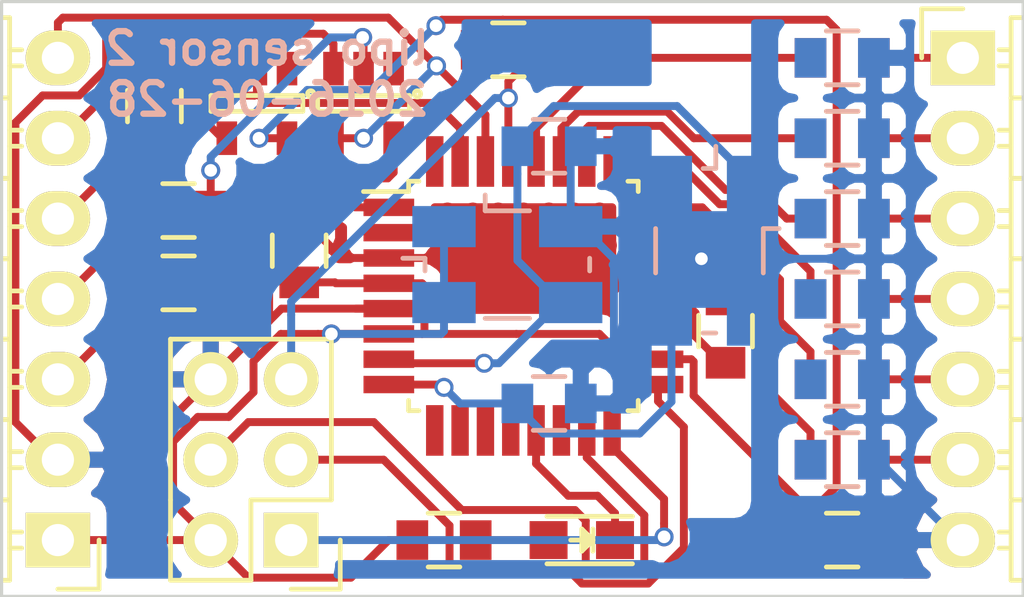
<source format=kicad_pcb>
(kicad_pcb (version 4) (host pcbnew 4.0.2-stable)

  (general
    (links 74)
    (no_connects 8)
    (area 142.951999 101.041999 175.310001 119.938001)
    (thickness 1.6)
    (drawings 6)
    (tracks 287)
    (zones 0)
    (modules 31)
    (nets 32)
  )

  (page A4)
  (layers
    (0 F.Cu signal hide)
    (31 B.Cu signal)
    (32 B.Adhes user hide)
    (33 F.Adhes user hide)
    (34 B.Paste user)
    (35 F.Paste user)
    (36 B.SilkS user)
    (37 F.SilkS user)
    (38 B.Mask user hide)
    (39 F.Mask user hide)
    (40 Dwgs.User user hide)
    (41 Cmts.User user hide)
    (42 Eco1.User user hide)
    (43 Eco2.User user hide)
    (44 Edge.Cuts user)
    (45 Margin user hide)
    (46 B.CrtYd user hide)
    (47 F.CrtYd user hide)
    (48 B.Fab user hide)
    (49 F.Fab user hide)
  )

  (setup
    (last_trace_width 0.25)
    (trace_clearance 0.2)
    (zone_clearance 0.508)
    (zone_45_only no)
    (trace_min 0.2)
    (segment_width 0.2)
    (edge_width 0.1)
    (via_size 0.6)
    (via_drill 0.4)
    (via_min_size 0.4)
    (via_min_drill 0.3)
    (uvia_size 0.3)
    (uvia_drill 0.1)
    (uvias_allowed no)
    (uvia_min_size 0.2)
    (uvia_min_drill 0.1)
    (pcb_text_width 0.3)
    (pcb_text_size 1.5 1.5)
    (mod_edge_width 0.15)
    (mod_text_size 1 1)
    (mod_text_width 0.15)
    (pad_size 1.5 1.5)
    (pad_drill 0.6)
    (pad_to_mask_clearance 0)
    (aux_axis_origin 0 0)
    (visible_elements 7FFFFFFF)
    (pcbplotparams
      (layerselection 0x00030_80000001)
      (usegerberextensions false)
      (excludeedgelayer true)
      (linewidth 0.100000)
      (plotframeref false)
      (viasonmask false)
      (mode 1)
      (useauxorigin false)
      (hpglpennumber 1)
      (hpglpenspeed 20)
      (hpglpendiameter 15)
      (hpglpenoverlay 2)
      (psnegative false)
      (psa4output false)
      (plotreference true)
      (plotvalue true)
      (plotinvisibletext false)
      (padsonsilk false)
      (subtractmaskfromsilk false)
      (outputformat 1)
      (mirror false)
      (drillshape 1)
      (scaleselection 1)
      (outputdirectory ""))
  )

  (net 0 "")
  (net 1 "Net-(5k1-Pad1)")
  (net 2 /S.Port)
  (net 3 VCC)
  (net 4 GND)
  (net 5 "Net-(C2-Pad2)")
  (net 6 "Net-(C3-Pad2)")
  (net 7 "Net-(C5-Pad2)")
  (net 8 "Net-(D1-Pad2)")
  (net 9 /LED)
  (net 10 "Net-(IC1-Pad15)")
  (net 11 "Net-(IC1-Pad16)")
  (net 12 "Net-(IC1-Pad17)")
  (net 13 /Cell1)
  (net 14 /Cell2)
  (net 15 /Cell3)
  (net 16 /Cell4)
  (net 17 /Cell5)
  (net 18 /Cell6)
  (net 19 "Net-(IC1-Pad29)")
  (net 20 /RX)
  (net 21 /TX)
  (net 22 "Net-(P3-Pad1)")
  (net 23 "Net-(P3-Pad2)")
  (net 24 "Net-(P3-Pad3)")
  (net 25 "Net-(P3-Pad4)")
  (net 26 "Net-(P3-Pad5)")
  (net 27 "Net-(P3-Pad6)")
  (net 28 "Net-(P2-Pad4)")
  (net 29 "Net-(P2-Pad5)")
  (net 30 "Net-(P5-Pad4)")
  (net 31 "Net-(P6-Pad2)")

  (net_class Default "Dies ist die voreingestellte Netzklasse."
    (clearance 0.2)
    (trace_width 0.25)
    (via_dia 0.6)
    (via_drill 0.4)
    (uvia_dia 0.3)
    (uvia_drill 0.1)
    (add_net /Cell1)
    (add_net /Cell2)
    (add_net /Cell3)
    (add_net /Cell4)
    (add_net /Cell5)
    (add_net /Cell6)
    (add_net /LED)
    (add_net /RX)
    (add_net /S.Port)
    (add_net /TX)
    (add_net GND)
    (add_net "Net-(5k1-Pad1)")
    (add_net "Net-(C2-Pad2)")
    (add_net "Net-(C3-Pad2)")
    (add_net "Net-(C5-Pad2)")
    (add_net "Net-(D1-Pad2)")
    (add_net "Net-(IC1-Pad15)")
    (add_net "Net-(IC1-Pad16)")
    (add_net "Net-(IC1-Pad17)")
    (add_net "Net-(IC1-Pad29)")
    (add_net "Net-(P2-Pad4)")
    (add_net "Net-(P2-Pad5)")
    (add_net "Net-(P3-Pad1)")
    (add_net "Net-(P3-Pad2)")
    (add_net "Net-(P3-Pad3)")
    (add_net "Net-(P3-Pad4)")
    (add_net "Net-(P3-Pad5)")
    (add_net "Net-(P3-Pad6)")
    (add_net "Net-(P5-Pad4)")
    (add_net "Net-(P6-Pad2)")
    (add_net VCC)
  )

  (module TO_SOT_Packages_SMD:SOT-23-5 (layer F.Cu) (tedit 5772DB42) (tstamp 5771A064)
    (at 154.432 104.31 270)
    (descr "5-pin SOT23 package")
    (tags SOT-23-5)
    (path /5771D337)
    (attr smd)
    (fp_text reference P6 (at -0.05 -2.55 270) (layer F.SilkS) hide
      (effects (font (size 1 1) (thickness 0.15)))
    )
    (fp_text value INVERTER (at -0.05 2.35 270) (layer F.Fab)
      (effects (font (size 1 1) (thickness 0.15)))
    )
    (fp_line (start -1.8 -1.6) (end 1.8 -1.6) (layer F.CrtYd) (width 0.05))
    (fp_line (start 1.8 -1.6) (end 1.8 1.6) (layer F.CrtYd) (width 0.05))
    (fp_line (start 1.8 1.6) (end -1.8 1.6) (layer F.CrtYd) (width 0.05))
    (fp_line (start -1.8 1.6) (end -1.8 -1.6) (layer F.CrtYd) (width 0.05))
    (fp_circle (center -0.3 -1.7) (end -0.2 -1.7) (layer F.SilkS) (width 0.15))
    (fp_line (start 0.25 -1.45) (end -0.25 -1.45) (layer F.SilkS) (width 0.15))
    (fp_line (start 0.25 1.45) (end 0.25 -1.45) (layer F.SilkS) (width 0.15))
    (fp_line (start -0.25 1.45) (end 0.25 1.45) (layer F.SilkS) (width 0.15))
    (fp_line (start -0.25 -1.45) (end -0.25 1.45) (layer F.SilkS) (width 0.15))
    (pad 1 smd rect (at -1.1 -0.95 270) (size 1.06 0.65) (layers F.Cu F.Paste F.Mask))
    (pad 2 smd rect (at -1.1 0 270) (size 1.06 0.65) (layers F.Cu F.Paste F.Mask)
      (net 31 "Net-(P6-Pad2)"))
    (pad 3 smd rect (at -1.1 0.95 270) (size 1.06 0.65) (layers F.Cu F.Paste F.Mask)
      (net 4 GND))
    (pad 4 smd rect (at 1.1 0.95 270) (size 1.06 0.65) (layers F.Cu F.Paste F.Mask)
      (net 20 /RX))
    (pad 5 smd rect (at 1.1 -0.95 270) (size 1.06 0.65) (layers F.Cu F.Paste F.Mask)
      (net 3 VCC))
    (model TO_SOT_Packages_SMD.3dshapes/SOT-23-5.wrl
      (at (xyz 0 0 0))
      (scale (xyz 1 1 1))
      (rotate (xyz 0 0 0))
    )
  )

  (module Housings_QFP:TQFP-32_7x7mm_Pitch0.8mm (layer F.Cu) (tedit 5772DB3E) (tstamp 576C6095)
    (at 159.479897 110.395103)
    (descr "32-Lead Plastic Thin Quad Flatpack (PT) - 7x7x1.0 mm Body, 2.00 mm [TQFP] (see Microchip Packaging Specification 00000049BS.pdf)")
    (tags "QFP 0.8")
    (path /571D77B7)
    (attr smd)
    (fp_text reference IC1 (at 0 -6.05) (layer F.SilkS) hide
      (effects (font (size 1 1) (thickness 0.15)))
    )
    (fp_text value ATMEGA328P-A (at 0 6.05) (layer F.Fab)
      (effects (font (size 1 1) (thickness 0.15)))
    )
    (fp_line (start -5.3 -5.3) (end -5.3 5.3) (layer F.CrtYd) (width 0.05))
    (fp_line (start 5.3 -5.3) (end 5.3 5.3) (layer F.CrtYd) (width 0.05))
    (fp_line (start -5.3 -5.3) (end 5.3 -5.3) (layer F.CrtYd) (width 0.05))
    (fp_line (start -5.3 5.3) (end 5.3 5.3) (layer F.CrtYd) (width 0.05))
    (fp_line (start -3.625 -3.625) (end -3.625 -3.3) (layer F.SilkS) (width 0.15))
    (fp_line (start 3.625 -3.625) (end 3.625 -3.3) (layer F.SilkS) (width 0.15))
    (fp_line (start 3.625 3.625) (end 3.625 3.3) (layer F.SilkS) (width 0.15))
    (fp_line (start -3.625 3.625) (end -3.625 3.3) (layer F.SilkS) (width 0.15))
    (fp_line (start -3.625 -3.625) (end -3.3 -3.625) (layer F.SilkS) (width 0.15))
    (fp_line (start -3.625 3.625) (end -3.3 3.625) (layer F.SilkS) (width 0.15))
    (fp_line (start 3.625 3.625) (end 3.3 3.625) (layer F.SilkS) (width 0.15))
    (fp_line (start 3.625 -3.625) (end 3.3 -3.625) (layer F.SilkS) (width 0.15))
    (fp_line (start -3.625 -3.3) (end -5.05 -3.3) (layer F.SilkS) (width 0.15))
    (pad 1 smd rect (at -4.25 -2.8) (size 1.6 0.55) (layers F.Cu F.Paste F.Mask)
      (net 2 /S.Port))
    (pad 2 smd rect (at -4.25 -2) (size 1.6 0.55) (layers F.Cu F.Paste F.Mask))
    (pad 3 smd rect (at -4.25 -1.2) (size 1.6 0.55) (layers F.Cu F.Paste F.Mask)
      (net 4 GND))
    (pad 4 smd rect (at -4.25 -0.4) (size 1.6 0.55) (layers F.Cu F.Paste F.Mask)
      (net 3 VCC))
    (pad 5 smd rect (at -4.25 0.4) (size 1.6 0.55) (layers F.Cu F.Paste F.Mask)
      (net 4 GND))
    (pad 6 smd rect (at -4.25 1.2) (size 1.6 0.55) (layers F.Cu F.Paste F.Mask)
      (net 3 VCC))
    (pad 7 smd rect (at -4.25 2) (size 1.6 0.55) (layers F.Cu F.Paste F.Mask)
      (net 5 "Net-(C2-Pad2)"))
    (pad 8 smd rect (at -4.25 2.8) (size 1.6 0.55) (layers F.Cu F.Paste F.Mask)
      (net 7 "Net-(C5-Pad2)"))
    (pad 9 smd rect (at -2.8 4.25 90) (size 1.6 0.55) (layers F.Cu F.Paste F.Mask))
    (pad 10 smd rect (at -2 4.25 90) (size 1.6 0.55) (layers F.Cu F.Paste F.Mask))
    (pad 11 smd rect (at -1.2 4.25 90) (size 1.6 0.55) (layers F.Cu F.Paste F.Mask))
    (pad 12 smd rect (at -0.4 4.25 90) (size 1.6 0.55) (layers F.Cu F.Paste F.Mask))
    (pad 13 smd rect (at 0.4 4.25 90) (size 1.6 0.55) (layers F.Cu F.Paste F.Mask)
      (net 9 /LED))
    (pad 14 smd rect (at 1.2 4.25 90) (size 1.6 0.55) (layers F.Cu F.Paste F.Mask))
    (pad 15 smd rect (at 2 4.25 90) (size 1.6 0.55) (layers F.Cu F.Paste F.Mask)
      (net 10 "Net-(IC1-Pad15)"))
    (pad 16 smd rect (at 2.8 4.25 90) (size 1.6 0.55) (layers F.Cu F.Paste F.Mask)
      (net 11 "Net-(IC1-Pad16)"))
    (pad 17 smd rect (at 4.25 2.8) (size 1.6 0.55) (layers F.Cu F.Paste F.Mask)
      (net 12 "Net-(IC1-Pad17)"))
    (pad 18 smd rect (at 4.25 2) (size 1.6 0.55) (layers F.Cu F.Paste F.Mask)
      (net 3 VCC))
    (pad 19 smd rect (at 4.25 1.2) (size 1.6 0.55) (layers F.Cu F.Paste F.Mask))
    (pad 20 smd rect (at 4.25 0.4) (size 1.6 0.55) (layers F.Cu F.Paste F.Mask)
      (net 6 "Net-(C3-Pad2)"))
    (pad 21 smd rect (at 4.25 -0.4) (size 1.6 0.55) (layers F.Cu F.Paste F.Mask)
      (net 4 GND))
    (pad 22 smd rect (at 4.25 -1.2) (size 1.6 0.55) (layers F.Cu F.Paste F.Mask))
    (pad 23 smd rect (at 4.25 -2) (size 1.6 0.55) (layers F.Cu F.Paste F.Mask)
      (net 13 /Cell1))
    (pad 24 smd rect (at 4.25 -2.8) (size 1.6 0.55) (layers F.Cu F.Paste F.Mask)
      (net 14 /Cell2))
    (pad 25 smd rect (at 2.8 -4.25 90) (size 1.6 0.55) (layers F.Cu F.Paste F.Mask)
      (net 15 /Cell3))
    (pad 26 smd rect (at 2 -4.25 90) (size 1.6 0.55) (layers F.Cu F.Paste F.Mask)
      (net 16 /Cell4))
    (pad 27 smd rect (at 1.2 -4.25 90) (size 1.6 0.55) (layers F.Cu F.Paste F.Mask)
      (net 17 /Cell5))
    (pad 28 smd rect (at 0.4 -4.25 90) (size 1.6 0.55) (layers F.Cu F.Paste F.Mask)
      (net 18 /Cell6))
    (pad 29 smd rect (at -0.4 -4.25 90) (size 1.6 0.55) (layers F.Cu F.Paste F.Mask)
      (net 19 "Net-(IC1-Pad29)"))
    (pad 30 smd rect (at -1.2 -4.25 90) (size 1.6 0.55) (layers F.Cu F.Paste F.Mask)
      (net 20 /RX))
    (pad 31 smd rect (at -2 -4.25 90) (size 1.6 0.55) (layers F.Cu F.Paste F.Mask)
      (net 21 /TX))
    (pad 32 smd rect (at -2.8 -4.25 90) (size 1.6 0.55) (layers F.Cu F.Paste F.Mask))
    (model Housings_QFP.3dshapes/TQFP-32_7x7mm_Pitch0.8mm.wrl
      (at (xyz 0 0 0))
      (scale (xyz 1 1 1))
      (rotate (xyz 0 0 0))
    )
  )

  (module Capacitors_SMD:C_0805 (layer F.Cu) (tedit 5772DB63) (tstamp 576C6059)
    (at 152.4 108.966 90)
    (descr "Capacitor SMD 0805, reflow soldering, AVX (see smccp.pdf)")
    (tags "capacitor 0805")
    (path /571D8C0C)
    (attr smd)
    (fp_text reference C1 (at 0 -2.1 90) (layer F.SilkS) hide
      (effects (font (size 1 1) (thickness 0.15)))
    )
    (fp_text value 100nF (at 0 2.1 90) (layer F.Fab)
      (effects (font (size 1 1) (thickness 0.15)))
    )
    (fp_line (start -1.8 -1) (end 1.8 -1) (layer F.CrtYd) (width 0.05))
    (fp_line (start -1.8 1) (end 1.8 1) (layer F.CrtYd) (width 0.05))
    (fp_line (start -1.8 -1) (end -1.8 1) (layer F.CrtYd) (width 0.05))
    (fp_line (start 1.8 -1) (end 1.8 1) (layer F.CrtYd) (width 0.05))
    (fp_line (start 0.5 -0.85) (end -0.5 -0.85) (layer F.SilkS) (width 0.15))
    (fp_line (start -0.5 0.85) (end 0.5 0.85) (layer F.SilkS) (width 0.15))
    (pad 1 smd rect (at -1 0 90) (size 1 1.25) (layers F.Cu F.Paste F.Mask)
      (net 3 VCC))
    (pad 2 smd rect (at 1 0 90) (size 1 1.25) (layers F.Cu F.Paste F.Mask)
      (net 4 GND))
    (model Capacitors_SMD.3dshapes/C_0805.wrl
      (at (xyz 0 0 0))
      (scale (xyz 1 1 1))
      (rotate (xyz 0 0 0))
    )
  )

  (module Capacitors_SMD:C_0805 (layer B.Cu) (tedit 5772DB3B) (tstamp 576C605F)
    (at 160.29 105.664 180)
    (descr "Capacitor SMD 0805, reflow soldering, AVX (see smccp.pdf)")
    (tags "capacitor 0805")
    (path /571D9DEA)
    (attr smd)
    (fp_text reference C2 (at 0 2.1 180) (layer B.SilkS) hide
      (effects (font (size 1 1) (thickness 0.15)) (justify mirror))
    )
    (fp_text value 22pF (at 0 -2.1 180) (layer B.Fab)
      (effects (font (size 1 1) (thickness 0.15)) (justify mirror))
    )
    (fp_line (start -1.8 1) (end 1.8 1) (layer B.CrtYd) (width 0.05))
    (fp_line (start -1.8 -1) (end 1.8 -1) (layer B.CrtYd) (width 0.05))
    (fp_line (start -1.8 1) (end -1.8 -1) (layer B.CrtYd) (width 0.05))
    (fp_line (start 1.8 1) (end 1.8 -1) (layer B.CrtYd) (width 0.05))
    (fp_line (start 0.5 0.85) (end -0.5 0.85) (layer B.SilkS) (width 0.15))
    (fp_line (start -0.5 -0.85) (end 0.5 -0.85) (layer B.SilkS) (width 0.15))
    (pad 1 smd rect (at -1 0 180) (size 1 1.25) (layers B.Cu B.Paste B.Mask)
      (net 4 GND))
    (pad 2 smd rect (at 1 0 180) (size 1 1.25) (layers B.Cu B.Paste B.Mask)
      (net 5 "Net-(C2-Pad2)"))
    (model Capacitors_SMD.3dshapes/C_0805.wrl
      (at (xyz 0 0 0))
      (scale (xyz 1 1 1))
      (rotate (xyz 0 0 0))
    )
  )

  (module Capacitors_SMD:C_0805 (layer F.Cu) (tedit 5772DBA0) (tstamp 576C6065)
    (at 165.862 111.506 270)
    (descr "Capacitor SMD 0805, reflow soldering, AVX (see smccp.pdf)")
    (tags "capacitor 0805")
    (path /571E70E0)
    (attr smd)
    (fp_text reference C3 (at 0 -2.1 270) (layer F.SilkS) hide
      (effects (font (size 1 1) (thickness 0.15)))
    )
    (fp_text value 100nF (at 0 2.1 270) (layer F.Fab)
      (effects (font (size 1 1) (thickness 0.15)))
    )
    (fp_line (start -1.8 -1) (end 1.8 -1) (layer F.CrtYd) (width 0.05))
    (fp_line (start -1.8 1) (end 1.8 1) (layer F.CrtYd) (width 0.05))
    (fp_line (start -1.8 -1) (end -1.8 1) (layer F.CrtYd) (width 0.05))
    (fp_line (start 1.8 -1) (end 1.8 1) (layer F.CrtYd) (width 0.05))
    (fp_line (start 0.5 -0.85) (end -0.5 -0.85) (layer F.SilkS) (width 0.15))
    (fp_line (start -0.5 0.85) (end 0.5 0.85) (layer F.SilkS) (width 0.15))
    (pad 1 smd rect (at -1 0 270) (size 1 1.25) (layers F.Cu F.Paste F.Mask)
      (net 4 GND))
    (pad 2 smd rect (at 1 0 270) (size 1 1.25) (layers F.Cu F.Paste F.Mask)
      (net 6 "Net-(C3-Pad2)"))
    (model Capacitors_SMD.3dshapes/C_0805.wrl
      (at (xyz 0 0 0))
      (scale (xyz 1 1 1))
      (rotate (xyz 0 0 0))
    )
  )

  (module Capacitors_SMD:C_0805 (layer B.Cu) (tedit 5772DB30) (tstamp 576C606B)
    (at 160.29 113.792 180)
    (descr "Capacitor SMD 0805, reflow soldering, AVX (see smccp.pdf)")
    (tags "capacitor 0805")
    (path /571D9E75)
    (attr smd)
    (fp_text reference C5 (at 0 2.1 180) (layer B.SilkS) hide
      (effects (font (size 1 1) (thickness 0.15)) (justify mirror))
    )
    (fp_text value 22pF (at 0 -2.1 180) (layer B.Fab)
      (effects (font (size 1 1) (thickness 0.15)) (justify mirror))
    )
    (fp_line (start -1.8 1) (end 1.8 1) (layer B.CrtYd) (width 0.05))
    (fp_line (start -1.8 -1) (end 1.8 -1) (layer B.CrtYd) (width 0.05))
    (fp_line (start -1.8 1) (end -1.8 -1) (layer B.CrtYd) (width 0.05))
    (fp_line (start 1.8 1) (end 1.8 -1) (layer B.CrtYd) (width 0.05))
    (fp_line (start 0.5 0.85) (end -0.5 0.85) (layer B.SilkS) (width 0.15))
    (fp_line (start -0.5 -0.85) (end 0.5 -0.85) (layer B.SilkS) (width 0.15))
    (pad 1 smd rect (at -1 0 180) (size 1 1.25) (layers B.Cu B.Paste B.Mask)
      (net 4 GND))
    (pad 2 smd rect (at 1 0 180) (size 1 1.25) (layers B.Cu B.Paste B.Mask)
      (net 7 "Net-(C5-Pad2)"))
    (model Capacitors_SMD.3dshapes/C_0805.wrl
      (at (xyz 0 0 0))
      (scale (xyz 1 1 1))
      (rotate (xyz 0 0 0))
    )
  )

  (module LEDs:LED_0805 (layer F.Cu) (tedit 5772DBA3) (tstamp 576C6071)
    (at 161.32302 118.11 180)
    (descr "LED 0805 smd package")
    (tags "LED 0805 SMD")
    (path /571D80BC)
    (attr smd)
    (fp_text reference D1 (at -3.52298 -0.508 180) (layer F.SilkS) hide
      (effects (font (size 1 1) (thickness 0.15)))
    )
    (fp_text value LED (at 0 1.75 180) (layer F.Fab)
      (effects (font (size 1 1) (thickness 0.15)))
    )
    (fp_line (start -1.6 0.75) (end 1.1 0.75) (layer F.SilkS) (width 0.15))
    (fp_line (start -1.6 -0.75) (end 1.1 -0.75) (layer F.SilkS) (width 0.15))
    (fp_line (start -0.1 0.15) (end -0.1 -0.1) (layer F.SilkS) (width 0.15))
    (fp_line (start -0.1 -0.1) (end -0.25 0.05) (layer F.SilkS) (width 0.15))
    (fp_line (start -0.35 -0.35) (end -0.35 0.35) (layer F.SilkS) (width 0.15))
    (fp_line (start 0 0) (end 0.35 0) (layer F.SilkS) (width 0.15))
    (fp_line (start -0.35 0) (end 0 -0.35) (layer F.SilkS) (width 0.15))
    (fp_line (start 0 -0.35) (end 0 0.35) (layer F.SilkS) (width 0.15))
    (fp_line (start 0 0.35) (end -0.35 0) (layer F.SilkS) (width 0.15))
    (fp_line (start 1.9 -0.95) (end 1.9 0.95) (layer F.CrtYd) (width 0.05))
    (fp_line (start 1.9 0.95) (end -1.9 0.95) (layer F.CrtYd) (width 0.05))
    (fp_line (start -1.9 0.95) (end -1.9 -0.95) (layer F.CrtYd) (width 0.05))
    (fp_line (start -1.9 -0.95) (end 1.9 -0.95) (layer F.CrtYd) (width 0.05))
    (pad 2 smd rect (at 1.04902 0) (size 1.19888 1.19888) (layers F.Cu F.Paste F.Mask)
      (net 8 "Net-(D1-Pad2)"))
    (pad 1 smd rect (at -1.04902 0) (size 1.19888 1.19888) (layers F.Cu F.Paste F.Mask)
      (net 9 /LED))
    (model LEDs.3dshapes/LED_0805.wrl
      (at (xyz 0 0 0))
      (scale (xyz 1 1 1))
      (rotate (xyz 0 0 0))
    )
  )

  (module Pin_Headers:Pin_Header_Straight_2x03 (layer F.Cu) (tedit 5771AC3A) (tstamp 576C609F)
    (at 152.146 118.11 180)
    (descr "Through hole pin header")
    (tags "pin header")
    (path /571D5E91)
    (fp_text reference P1 (at -2.032 0.254 180) (layer F.SilkS) hide
      (effects (font (size 1 1) (thickness 0.15)))
    )
    (fp_text value CONN_02X03 (at 0.762 7.366 180) (layer F.Fab)
      (effects (font (size 1 1) (thickness 0.15)))
    )
    (fp_line (start -1.27 1.27) (end -1.27 6.35) (layer F.SilkS) (width 0.15))
    (fp_line (start -1.55 -1.55) (end 0 -1.55) (layer F.SilkS) (width 0.15))
    (fp_line (start -1.75 -1.75) (end -1.75 6.85) (layer F.CrtYd) (width 0.05))
    (fp_line (start 4.3 -1.75) (end 4.3 6.85) (layer F.CrtYd) (width 0.05))
    (fp_line (start -1.75 -1.75) (end 4.3 -1.75) (layer F.CrtYd) (width 0.05))
    (fp_line (start -1.75 6.85) (end 4.3 6.85) (layer F.CrtYd) (width 0.05))
    (fp_line (start 1.27 -1.27) (end 1.27 1.27) (layer F.SilkS) (width 0.15))
    (fp_line (start 1.27 1.27) (end -1.27 1.27) (layer F.SilkS) (width 0.15))
    (fp_line (start -1.27 6.35) (end 3.81 6.35) (layer F.SilkS) (width 0.15))
    (fp_line (start 3.81 6.35) (end 3.81 1.27) (layer F.SilkS) (width 0.15))
    (fp_line (start -1.55 -1.55) (end -1.55 0) (layer F.SilkS) (width 0.15))
    (fp_line (start 3.81 -1.27) (end 1.27 -1.27) (layer F.SilkS) (width 0.15))
    (fp_line (start 3.81 1.27) (end 3.81 -1.27) (layer F.SilkS) (width 0.15))
    (pad 1 thru_hole rect (at 0 0 180) (size 1.7272 1.7272) (drill 1.016) (layers *.Cu *.Mask F.SilkS)
      (net 11 "Net-(IC1-Pad16)"))
    (pad 2 thru_hole oval (at 2.54 0 180) (size 1.7272 1.7272) (drill 1.016) (layers *.Cu *.Mask F.SilkS)
      (net 3 VCC))
    (pad 3 thru_hole oval (at 0 2.54 180) (size 1.7272 1.7272) (drill 1.016) (layers *.Cu *.Mask F.SilkS)
      (net 12 "Net-(IC1-Pad17)"))
    (pad 4 thru_hole oval (at 2.54 2.54 180) (size 1.7272 1.7272) (drill 1.016) (layers *.Cu *.Mask F.SilkS)
      (net 10 "Net-(IC1-Pad15)"))
    (pad 5 thru_hole oval (at 0 5.08 180) (size 1.7272 1.7272) (drill 1.016) (layers *.Cu *.Mask F.SilkS)
      (net 19 "Net-(IC1-Pad29)"))
    (pad 6 thru_hole oval (at 2.54 5.08 180) (size 1.7272 1.7272) (drill 1.016) (layers *.Cu *.Mask F.SilkS)
      (net 4 GND))
    (model Pin_Headers.3dshapes/Pin_Header_Straight_2x03.wrl
      (at (xyz 0.05 -0.1 0))
      (scale (xyz 1 1 1))
      (rotate (xyz 0 0 90))
    )
  )

  (module Pin_Headers:Pin_Header_Angled_1x07 (layer F.Cu) (tedit 5771AC75) (tstamp 576C60B1)
    (at 173.355 102.87)
    (descr "Through hole pin header")
    (tags "pin header")
    (path /571D69A8)
    (fp_text reference P3 (at 2.667 1.524) (layer F.SilkS) hide
      (effects (font (size 1 1) (thickness 0.15)))
    )
    (fp_text value CONN_01X07 (at 6.223 0) (layer F.Fab) hide
      (effects (font (size 1 1) (thickness 0.15)))
    )
    (fp_line (start -1.5 -1.75) (end -1.5 17) (layer F.CrtYd) (width 0.05))
    (fp_line (start 10.65 -1.75) (end 10.65 17) (layer F.CrtYd) (width 0.05))
    (fp_line (start -1.5 -1.75) (end 10.65 -1.75) (layer F.CrtYd) (width 0.05))
    (fp_line (start -1.5 17) (end 10.65 17) (layer F.CrtYd) (width 0.05))
    (fp_line (start -1.3 -1.55) (end -1.3 0) (layer F.SilkS) (width 0.15))
    (fp_line (start 0 -1.55) (end -1.3 -1.55) (layer F.SilkS) (width 0.15))
    (fp_line (start 4.191 -0.127) (end 10.033 -0.127) (layer F.SilkS) (width 0.15))
    (fp_line (start 10.033 -0.127) (end 10.033 0.127) (layer F.SilkS) (width 0.15))
    (fp_line (start 10.033 0.127) (end 4.191 0.127) (layer F.SilkS) (width 0.15))
    (fp_line (start 4.191 0.127) (end 4.191 0) (layer F.SilkS) (width 0.15))
    (fp_line (start 4.191 0) (end 10.033 0) (layer F.SilkS) (width 0.15))
    (fp_line (start 1.524 -0.254) (end 1.143 -0.254) (layer F.SilkS) (width 0.15))
    (fp_line (start 1.524 0.254) (end 1.143 0.254) (layer F.SilkS) (width 0.15))
    (fp_line (start 1.524 2.286) (end 1.143 2.286) (layer F.SilkS) (width 0.15))
    (fp_line (start 1.524 2.794) (end 1.143 2.794) (layer F.SilkS) (width 0.15))
    (fp_line (start 1.524 4.826) (end 1.143 4.826) (layer F.SilkS) (width 0.15))
    (fp_line (start 1.524 5.334) (end 1.143 5.334) (layer F.SilkS) (width 0.15))
    (fp_line (start 1.524 7.366) (end 1.143 7.366) (layer F.SilkS) (width 0.15))
    (fp_line (start 1.524 7.874) (end 1.143 7.874) (layer F.SilkS) (width 0.15))
    (fp_line (start 1.524 15.494) (end 1.143 15.494) (layer F.SilkS) (width 0.15))
    (fp_line (start 1.524 14.986) (end 1.143 14.986) (layer F.SilkS) (width 0.15))
    (fp_line (start 1.524 12.954) (end 1.143 12.954) (layer F.SilkS) (width 0.15))
    (fp_line (start 1.524 12.446) (end 1.143 12.446) (layer F.SilkS) (width 0.15))
    (fp_line (start 1.524 10.414) (end 1.143 10.414) (layer F.SilkS) (width 0.15))
    (fp_line (start 1.524 9.906) (end 1.143 9.906) (layer F.SilkS) (width 0.15))
    (fp_line (start 4.064 1.27) (end 4.064 -1.27) (layer F.SilkS) (width 0.15))
    (fp_line (start 10.16 0.254) (end 4.064 0.254) (layer F.SilkS) (width 0.15))
    (fp_line (start 10.16 -0.254) (end 10.16 0.254) (layer F.SilkS) (width 0.15))
    (fp_line (start 4.064 -0.254) (end 10.16 -0.254) (layer F.SilkS) (width 0.15))
    (fp_line (start 1.524 1.27) (end 4.064 1.27) (layer F.SilkS) (width 0.15))
    (fp_line (start 1.524 -1.27) (end 1.524 1.27) (layer F.SilkS) (width 0.15))
    (fp_line (start 1.524 -1.27) (end 4.064 -1.27) (layer F.SilkS) (width 0.15))
    (fp_line (start 1.524 3.81) (end 4.064 3.81) (layer F.SilkS) (width 0.15))
    (fp_line (start 1.524 3.81) (end 1.524 6.35) (layer F.SilkS) (width 0.15))
    (fp_line (start 1.524 6.35) (end 4.064 6.35) (layer F.SilkS) (width 0.15))
    (fp_line (start 4.064 4.826) (end 10.16 4.826) (layer F.SilkS) (width 0.15))
    (fp_line (start 10.16 4.826) (end 10.16 5.334) (layer F.SilkS) (width 0.15))
    (fp_line (start 10.16 5.334) (end 4.064 5.334) (layer F.SilkS) (width 0.15))
    (fp_line (start 4.064 6.35) (end 4.064 3.81) (layer F.SilkS) (width 0.15))
    (fp_line (start 4.064 3.81) (end 4.064 1.27) (layer F.SilkS) (width 0.15))
    (fp_line (start 10.16 2.794) (end 4.064 2.794) (layer F.SilkS) (width 0.15))
    (fp_line (start 10.16 2.286) (end 10.16 2.794) (layer F.SilkS) (width 0.15))
    (fp_line (start 4.064 2.286) (end 10.16 2.286) (layer F.SilkS) (width 0.15))
    (fp_line (start 1.524 3.81) (end 4.064 3.81) (layer F.SilkS) (width 0.15))
    (fp_line (start 1.524 1.27) (end 1.524 3.81) (layer F.SilkS) (width 0.15))
    (fp_line (start 1.524 1.27) (end 4.064 1.27) (layer F.SilkS) (width 0.15))
    (fp_line (start 1.524 11.43) (end 4.064 11.43) (layer F.SilkS) (width 0.15))
    (fp_line (start 1.524 11.43) (end 1.524 13.97) (layer F.SilkS) (width 0.15))
    (fp_line (start 1.524 13.97) (end 4.064 13.97) (layer F.SilkS) (width 0.15))
    (fp_line (start 4.064 12.446) (end 10.16 12.446) (layer F.SilkS) (width 0.15))
    (fp_line (start 10.16 12.446) (end 10.16 12.954) (layer F.SilkS) (width 0.15))
    (fp_line (start 10.16 12.954) (end 4.064 12.954) (layer F.SilkS) (width 0.15))
    (fp_line (start 4.064 13.97) (end 4.064 11.43) (layer F.SilkS) (width 0.15))
    (fp_line (start 4.064 16.51) (end 4.064 13.97) (layer F.SilkS) (width 0.15))
    (fp_line (start 10.16 15.494) (end 4.064 15.494) (layer F.SilkS) (width 0.15))
    (fp_line (start 10.16 14.986) (end 10.16 15.494) (layer F.SilkS) (width 0.15))
    (fp_line (start 4.064 14.986) (end 10.16 14.986) (layer F.SilkS) (width 0.15))
    (fp_line (start 1.524 16.51) (end 4.064 16.51) (layer F.SilkS) (width 0.15))
    (fp_line (start 1.524 13.97) (end 1.524 16.51) (layer F.SilkS) (width 0.15))
    (fp_line (start 1.524 13.97) (end 4.064 13.97) (layer F.SilkS) (width 0.15))
    (fp_line (start 1.524 8.89) (end 4.064 8.89) (layer F.SilkS) (width 0.15))
    (fp_line (start 1.524 8.89) (end 1.524 11.43) (layer F.SilkS) (width 0.15))
    (fp_line (start 1.524 11.43) (end 4.064 11.43) (layer F.SilkS) (width 0.15))
    (fp_line (start 4.064 9.906) (end 10.16 9.906) (layer F.SilkS) (width 0.15))
    (fp_line (start 10.16 9.906) (end 10.16 10.414) (layer F.SilkS) (width 0.15))
    (fp_line (start 10.16 10.414) (end 4.064 10.414) (layer F.SilkS) (width 0.15))
    (fp_line (start 4.064 11.43) (end 4.064 8.89) (layer F.SilkS) (width 0.15))
    (fp_line (start 4.064 8.89) (end 4.064 6.35) (layer F.SilkS) (width 0.15))
    (fp_line (start 10.16 7.874) (end 4.064 7.874) (layer F.SilkS) (width 0.15))
    (fp_line (start 10.16 7.366) (end 10.16 7.874) (layer F.SilkS) (width 0.15))
    (fp_line (start 4.064 7.366) (end 10.16 7.366) (layer F.SilkS) (width 0.15))
    (fp_line (start 1.524 8.89) (end 4.064 8.89) (layer F.SilkS) (width 0.15))
    (fp_line (start 1.524 6.35) (end 1.524 8.89) (layer F.SilkS) (width 0.15))
    (fp_line (start 1.524 6.35) (end 4.064 6.35) (layer F.SilkS) (width 0.15))
    (pad 1 thru_hole rect (at 0 0) (size 2.032 1.7272) (drill 1.016) (layers *.Cu *.Mask F.SilkS)
      (net 22 "Net-(P3-Pad1)"))
    (pad 2 thru_hole oval (at 0 2.54) (size 2.032 1.7272) (drill 1.016) (layers *.Cu *.Mask F.SilkS)
      (net 23 "Net-(P3-Pad2)"))
    (pad 3 thru_hole oval (at 0 5.08) (size 2.032 1.7272) (drill 1.016) (layers *.Cu *.Mask F.SilkS)
      (net 24 "Net-(P3-Pad3)"))
    (pad 4 thru_hole oval (at 0 7.62) (size 2.032 1.7272) (drill 1.016) (layers *.Cu *.Mask F.SilkS)
      (net 25 "Net-(P3-Pad4)"))
    (pad 5 thru_hole oval (at 0 10.16) (size 2.032 1.7272) (drill 1.016) (layers *.Cu *.Mask F.SilkS)
      (net 26 "Net-(P3-Pad5)"))
    (pad 6 thru_hole oval (at 0 12.7) (size 2.032 1.7272) (drill 1.016) (layers *.Cu *.Mask F.SilkS)
      (net 27 "Net-(P3-Pad6)"))
    (pad 7 thru_hole oval (at 0 15.24) (size 2.032 1.7272) (drill 1.016) (layers *.Cu *.Mask F.SilkS)
      (net 4 GND))
    (model Pin_Headers.3dshapes/Pin_Header_Angled_1x07.wrl
      (at (xyz 0 -0.3 0))
      (scale (xyz 1 1 1))
      (rotate (xyz 0 0 90))
    )
  )

  (module Pin_Headers:Pin_Header_Angled_1x07 (layer F.Cu) (tedit 5771AC02) (tstamp 576C69FE)
    (at 144.78 118.11 180)
    (descr "Through hole pin header")
    (tags "pin header")
    (path /576C6C72)
    (fp_text reference P2 (at -2.54 1.27 180) (layer F.SilkS) hide
      (effects (font (size 1 1) (thickness 0.15)))
    )
    (fp_text value CONN_01X07 (at -3.048 12.954 180) (layer F.Fab)
      (effects (font (size 1 1) (thickness 0.15)))
    )
    (fp_line (start -1.5 -1.75) (end -1.5 17) (layer F.CrtYd) (width 0.05))
    (fp_line (start 10.65 -1.75) (end 10.65 17) (layer F.CrtYd) (width 0.05))
    (fp_line (start -1.5 -1.75) (end 10.65 -1.75) (layer F.CrtYd) (width 0.05))
    (fp_line (start -1.5 17) (end 10.65 17) (layer F.CrtYd) (width 0.05))
    (fp_line (start -1.3 -1.55) (end -1.3 0) (layer F.SilkS) (width 0.15))
    (fp_line (start 0 -1.55) (end -1.3 -1.55) (layer F.SilkS) (width 0.15))
    (fp_line (start 4.191 -0.127) (end 10.033 -0.127) (layer F.SilkS) (width 0.15))
    (fp_line (start 10.033 -0.127) (end 10.033 0.127) (layer F.SilkS) (width 0.15))
    (fp_line (start 10.033 0.127) (end 4.191 0.127) (layer F.SilkS) (width 0.15))
    (fp_line (start 4.191 0.127) (end 4.191 0) (layer F.SilkS) (width 0.15))
    (fp_line (start 4.191 0) (end 10.033 0) (layer F.SilkS) (width 0.15))
    (fp_line (start 1.524 -0.254) (end 1.143 -0.254) (layer F.SilkS) (width 0.15))
    (fp_line (start 1.524 0.254) (end 1.143 0.254) (layer F.SilkS) (width 0.15))
    (fp_line (start 1.524 2.286) (end 1.143 2.286) (layer F.SilkS) (width 0.15))
    (fp_line (start 1.524 2.794) (end 1.143 2.794) (layer F.SilkS) (width 0.15))
    (fp_line (start 1.524 4.826) (end 1.143 4.826) (layer F.SilkS) (width 0.15))
    (fp_line (start 1.524 5.334) (end 1.143 5.334) (layer F.SilkS) (width 0.15))
    (fp_line (start 1.524 7.366) (end 1.143 7.366) (layer F.SilkS) (width 0.15))
    (fp_line (start 1.524 7.874) (end 1.143 7.874) (layer F.SilkS) (width 0.15))
    (fp_line (start 1.524 15.494) (end 1.143 15.494) (layer F.SilkS) (width 0.15))
    (fp_line (start 1.524 14.986) (end 1.143 14.986) (layer F.SilkS) (width 0.15))
    (fp_line (start 1.524 12.954) (end 1.143 12.954) (layer F.SilkS) (width 0.15))
    (fp_line (start 1.524 12.446) (end 1.143 12.446) (layer F.SilkS) (width 0.15))
    (fp_line (start 1.524 10.414) (end 1.143 10.414) (layer F.SilkS) (width 0.15))
    (fp_line (start 1.524 9.906) (end 1.143 9.906) (layer F.SilkS) (width 0.15))
    (fp_line (start 4.064 1.27) (end 4.064 -1.27) (layer F.SilkS) (width 0.15))
    (fp_line (start 10.16 0.254) (end 4.064 0.254) (layer F.SilkS) (width 0.15))
    (fp_line (start 10.16 -0.254) (end 10.16 0.254) (layer F.SilkS) (width 0.15))
    (fp_line (start 4.064 -0.254) (end 10.16 -0.254) (layer F.SilkS) (width 0.15))
    (fp_line (start 1.524 1.27) (end 4.064 1.27) (layer F.SilkS) (width 0.15))
    (fp_line (start 1.524 -1.27) (end 1.524 1.27) (layer F.SilkS) (width 0.15))
    (fp_line (start 1.524 -1.27) (end 4.064 -1.27) (layer F.SilkS) (width 0.15))
    (fp_line (start 1.524 3.81) (end 4.064 3.81) (layer F.SilkS) (width 0.15))
    (fp_line (start 1.524 3.81) (end 1.524 6.35) (layer F.SilkS) (width 0.15))
    (fp_line (start 1.524 6.35) (end 4.064 6.35) (layer F.SilkS) (width 0.15))
    (fp_line (start 4.064 4.826) (end 10.16 4.826) (layer F.SilkS) (width 0.15))
    (fp_line (start 10.16 4.826) (end 10.16 5.334) (layer F.SilkS) (width 0.15))
    (fp_line (start 10.16 5.334) (end 4.064 5.334) (layer F.SilkS) (width 0.15))
    (fp_line (start 4.064 6.35) (end 4.064 3.81) (layer F.SilkS) (width 0.15))
    (fp_line (start 4.064 3.81) (end 4.064 1.27) (layer F.SilkS) (width 0.15))
    (fp_line (start 10.16 2.794) (end 4.064 2.794) (layer F.SilkS) (width 0.15))
    (fp_line (start 10.16 2.286) (end 10.16 2.794) (layer F.SilkS) (width 0.15))
    (fp_line (start 4.064 2.286) (end 10.16 2.286) (layer F.SilkS) (width 0.15))
    (fp_line (start 1.524 3.81) (end 4.064 3.81) (layer F.SilkS) (width 0.15))
    (fp_line (start 1.524 1.27) (end 1.524 3.81) (layer F.SilkS) (width 0.15))
    (fp_line (start 1.524 1.27) (end 4.064 1.27) (layer F.SilkS) (width 0.15))
    (fp_line (start 1.524 11.43) (end 4.064 11.43) (layer F.SilkS) (width 0.15))
    (fp_line (start 1.524 11.43) (end 1.524 13.97) (layer F.SilkS) (width 0.15))
    (fp_line (start 1.524 13.97) (end 4.064 13.97) (layer F.SilkS) (width 0.15))
    (fp_line (start 4.064 12.446) (end 10.16 12.446) (layer F.SilkS) (width 0.15))
    (fp_line (start 10.16 12.446) (end 10.16 12.954) (layer F.SilkS) (width 0.15))
    (fp_line (start 10.16 12.954) (end 4.064 12.954) (layer F.SilkS) (width 0.15))
    (fp_line (start 4.064 13.97) (end 4.064 11.43) (layer F.SilkS) (width 0.15))
    (fp_line (start 4.064 16.51) (end 4.064 13.97) (layer F.SilkS) (width 0.15))
    (fp_line (start 10.16 15.494) (end 4.064 15.494) (layer F.SilkS) (width 0.15))
    (fp_line (start 10.16 14.986) (end 10.16 15.494) (layer F.SilkS) (width 0.15))
    (fp_line (start 4.064 14.986) (end 10.16 14.986) (layer F.SilkS) (width 0.15))
    (fp_line (start 1.524 16.51) (end 4.064 16.51) (layer F.SilkS) (width 0.15))
    (fp_line (start 1.524 13.97) (end 1.524 16.51) (layer F.SilkS) (width 0.15))
    (fp_line (start 1.524 13.97) (end 4.064 13.97) (layer F.SilkS) (width 0.15))
    (fp_line (start 1.524 8.89) (end 4.064 8.89) (layer F.SilkS) (width 0.15))
    (fp_line (start 1.524 8.89) (end 1.524 11.43) (layer F.SilkS) (width 0.15))
    (fp_line (start 1.524 11.43) (end 4.064 11.43) (layer F.SilkS) (width 0.15))
    (fp_line (start 4.064 9.906) (end 10.16 9.906) (layer F.SilkS) (width 0.15))
    (fp_line (start 10.16 9.906) (end 10.16 10.414) (layer F.SilkS) (width 0.15))
    (fp_line (start 10.16 10.414) (end 4.064 10.414) (layer F.SilkS) (width 0.15))
    (fp_line (start 4.064 11.43) (end 4.064 8.89) (layer F.SilkS) (width 0.15))
    (fp_line (start 4.064 8.89) (end 4.064 6.35) (layer F.SilkS) (width 0.15))
    (fp_line (start 10.16 7.874) (end 4.064 7.874) (layer F.SilkS) (width 0.15))
    (fp_line (start 10.16 7.366) (end 10.16 7.874) (layer F.SilkS) (width 0.15))
    (fp_line (start 4.064 7.366) (end 10.16 7.366) (layer F.SilkS) (width 0.15))
    (fp_line (start 1.524 8.89) (end 4.064 8.89) (layer F.SilkS) (width 0.15))
    (fp_line (start 1.524 6.35) (end 1.524 8.89) (layer F.SilkS) (width 0.15))
    (fp_line (start 1.524 6.35) (end 4.064 6.35) (layer F.SilkS) (width 0.15))
    (pad 1 thru_hole rect (at 0 0 180) (size 2.032 1.7272) (drill 1.016) (layers *.Cu *.Mask F.SilkS)
      (net 3 VCC))
    (pad 2 thru_hole oval (at 0 2.54 180) (size 2.032 1.7272) (drill 1.016) (layers *.Cu *.Mask F.SilkS)
      (net 4 GND))
    (pad 3 thru_hole oval (at 0 5.08 180) (size 2.032 1.7272) (drill 1.016) (layers *.Cu *.Mask F.SilkS)
      (net 1 "Net-(5k1-Pad1)"))
    (pad 4 thru_hole oval (at 0 7.62 180) (size 2.032 1.7272) (drill 1.016) (layers *.Cu *.Mask F.SilkS)
      (net 28 "Net-(P2-Pad4)"))
    (pad 5 thru_hole oval (at 0 10.16 180) (size 2.032 1.7272) (drill 1.016) (layers *.Cu *.Mask F.SilkS)
      (net 29 "Net-(P2-Pad5)"))
    (pad 6 thru_hole oval (at 0 12.7 180) (size 2.032 1.7272) (drill 1.016) (layers *.Cu *.Mask F.SilkS)
      (net 21 /TX))
    (pad 7 thru_hole oval (at 0 15.24 180) (size 2.032 1.7272) (drill 1.016) (layers *.Cu *.Mask F.SilkS)
      (net 20 /RX))
    (model Pin_Headers.3dshapes/Pin_Header_Angled_1x07.wrl
      (at (xyz 0 -0.3 0))
      (scale (xyz 1 1 1))
      (rotate (xyz 0 0 90))
    )
  )

  (module Capacitors_SMD:C_0805 (layer F.Cu) (tedit 5772DB6E) (tstamp 576F0C02)
    (at 148.59 109.982)
    (descr "Capacitor SMD 0805, reflow soldering, AVX (see smccp.pdf)")
    (tags "capacitor 0805")
    (path /571D4A0E)
    (attr smd)
    (fp_text reference 5k1 (at 0 -2.1) (layer F.SilkS) hide
      (effects (font (size 1 1) (thickness 0.15)))
    )
    (fp_text value 4k7 (at 0 2.1) (layer F.Fab)
      (effects (font (size 1 1) (thickness 0.15)))
    )
    (fp_line (start -1.8 -1) (end 1.8 -1) (layer F.CrtYd) (width 0.05))
    (fp_line (start -1.8 1) (end 1.8 1) (layer F.CrtYd) (width 0.05))
    (fp_line (start -1.8 -1) (end -1.8 1) (layer F.CrtYd) (width 0.05))
    (fp_line (start 1.8 -1) (end 1.8 1) (layer F.CrtYd) (width 0.05))
    (fp_line (start 0.5 -0.85) (end -0.5 -0.85) (layer F.SilkS) (width 0.15))
    (fp_line (start -0.5 0.85) (end 0.5 0.85) (layer F.SilkS) (width 0.15))
    (pad 1 smd rect (at -1 0) (size 1 1.25) (layers F.Cu F.Paste F.Mask)
      (net 1 "Net-(5k1-Pad1)"))
    (pad 2 smd rect (at 1 0) (size 1 1.25) (layers F.Cu F.Paste F.Mask)
      (net 2 /S.Port))
    (model Capacitors_SMD.3dshapes/C_0805.wrl
      (at (xyz 0 0 0))
      (scale (xyz 1 1 1))
      (rotate (xyz 0 0 0))
    )
  )

  (module Capacitors_SMD:C_0805 (layer F.Cu) (tedit 5772DB85) (tstamp 576F0C08)
    (at 156.972 118.11)
    (descr "Capacitor SMD 0805, reflow soldering, AVX (see smccp.pdf)")
    (tags "capacitor 0805")
    (path /571D50EB)
    (attr smd)
    (fp_text reference R1 (at 0 -2.1) (layer F.SilkS) hide
      (effects (font (size 1 1) (thickness 0.15)))
    )
    (fp_text value 680 (at -1.778 0.762) (layer F.Fab)
      (effects (font (size 1 1) (thickness 0.15)))
    )
    (fp_line (start -1.8 -1) (end 1.8 -1) (layer F.CrtYd) (width 0.05))
    (fp_line (start -1.8 1) (end 1.8 1) (layer F.CrtYd) (width 0.05))
    (fp_line (start -1.8 -1) (end -1.8 1) (layer F.CrtYd) (width 0.05))
    (fp_line (start 1.8 -1) (end 1.8 1) (layer F.CrtYd) (width 0.05))
    (fp_line (start 0.5 -0.85) (end -0.5 -0.85) (layer F.SilkS) (width 0.15))
    (fp_line (start -0.5 0.85) (end 0.5 0.85) (layer F.SilkS) (width 0.15))
    (pad 1 smd rect (at -1 0) (size 1 1.25) (layers F.Cu F.Paste F.Mask)
      (net 3 VCC))
    (pad 2 smd rect (at 1 0) (size 1 1.25) (layers F.Cu F.Paste F.Mask)
      (net 8 "Net-(D1-Pad2)"))
    (model Capacitors_SMD.3dshapes/C_0805.wrl
      (at (xyz 0 0 0))
      (scale (xyz 1 1 1))
      (rotate (xyz 0 0 0))
    )
  )

  (module Capacitors_SMD:C_0805 (layer F.Cu) (tedit 5772DB1D) (tstamp 576F0C0E)
    (at 169.545 102.87 180)
    (descr "Capacitor SMD 0805, reflow soldering, AVX (see smccp.pdf)")
    (tags "capacitor 0805")
    (path /571D0077)
    (attr smd)
    (fp_text reference R2 (at 0 -2.1 180) (layer F.SilkS) hide
      (effects (font (size 1 1) (thickness 0.15)))
    )
    (fp_text value 22k (at 2.667 0.508 180) (layer F.Fab)
      (effects (font (size 1 1) (thickness 0.15)))
    )
    (fp_line (start -1.8 -1) (end 1.8 -1) (layer F.CrtYd) (width 0.05))
    (fp_line (start -1.8 1) (end 1.8 1) (layer F.CrtYd) (width 0.05))
    (fp_line (start -1.8 -1) (end -1.8 1) (layer F.CrtYd) (width 0.05))
    (fp_line (start 1.8 -1) (end 1.8 1) (layer F.CrtYd) (width 0.05))
    (fp_line (start 0.5 -0.85) (end -0.5 -0.85) (layer F.SilkS) (width 0.15))
    (fp_line (start -0.5 0.85) (end 0.5 0.85) (layer F.SilkS) (width 0.15))
    (pad 1 smd rect (at -1 0 180) (size 1 1.25) (layers F.Cu F.Paste F.Mask)
      (net 22 "Net-(P3-Pad1)"))
    (pad 2 smd rect (at 1 0 180) (size 1 1.25) (layers F.Cu F.Paste F.Mask)
      (net 18 /Cell6))
    (model Capacitors_SMD.3dshapes/C_0805.wrl
      (at (xyz 0 0 0))
      (scale (xyz 1 1 1))
      (rotate (xyz 0 0 0))
    )
  )

  (module Capacitors_SMD:C_0805 (layer B.Cu) (tedit 5772DB21) (tstamp 576F0C14)
    (at 169.545 102.87)
    (descr "Capacitor SMD 0805, reflow soldering, AVX (see smccp.pdf)")
    (tags "capacitor 0805")
    (path /571D01E2)
    (attr smd)
    (fp_text reference R3 (at 0 2.1) (layer B.SilkS) hide
      (effects (font (size 1 1) (thickness 0.15)) (justify mirror))
    )
    (fp_text value 1k (at -2.667 0) (layer B.Fab)
      (effects (font (size 1 1) (thickness 0.15)) (justify mirror))
    )
    (fp_line (start -1.8 1) (end 1.8 1) (layer B.CrtYd) (width 0.05))
    (fp_line (start -1.8 -1) (end 1.8 -1) (layer B.CrtYd) (width 0.05))
    (fp_line (start -1.8 1) (end -1.8 -1) (layer B.CrtYd) (width 0.05))
    (fp_line (start 1.8 1) (end 1.8 -1) (layer B.CrtYd) (width 0.05))
    (fp_line (start 0.5 0.85) (end -0.5 0.85) (layer B.SilkS) (width 0.15))
    (fp_line (start -0.5 -0.85) (end 0.5 -0.85) (layer B.SilkS) (width 0.15))
    (pad 1 smd rect (at -1 0) (size 1 1.25) (layers B.Cu B.Paste B.Mask)
      (net 18 /Cell6))
    (pad 2 smd rect (at 1 0) (size 1 1.25) (layers B.Cu B.Paste B.Mask)
      (net 4 GND))
    (model Capacitors_SMD.3dshapes/C_0805.wrl
      (at (xyz 0 0 0))
      (scale (xyz 1 1 1))
      (rotate (xyz 0 0 0))
    )
  )

  (module Capacitors_SMD:C_0805 (layer F.Cu) (tedit 5772DB14) (tstamp 576F0C1A)
    (at 169.545 105.41 180)
    (descr "Capacitor SMD 0805, reflow soldering, AVX (see smccp.pdf)")
    (tags "capacitor 0805")
    (path /571D020F)
    (attr smd)
    (fp_text reference R5 (at 0 -2.1 180) (layer F.SilkS) hide
      (effects (font (size 1 1) (thickness 0.15)))
    )
    (fp_text value 22k (at 0 2.1 180) (layer F.Fab)
      (effects (font (size 1 1) (thickness 0.15)))
    )
    (fp_line (start -1.8 -1) (end 1.8 -1) (layer F.CrtYd) (width 0.05))
    (fp_line (start -1.8 1) (end 1.8 1) (layer F.CrtYd) (width 0.05))
    (fp_line (start -1.8 -1) (end -1.8 1) (layer F.CrtYd) (width 0.05))
    (fp_line (start 1.8 -1) (end 1.8 1) (layer F.CrtYd) (width 0.05))
    (fp_line (start 0.5 -0.85) (end -0.5 -0.85) (layer F.SilkS) (width 0.15))
    (fp_line (start -0.5 0.85) (end 0.5 0.85) (layer F.SilkS) (width 0.15))
    (pad 1 smd rect (at -1 0 180) (size 1 1.25) (layers F.Cu F.Paste F.Mask)
      (net 23 "Net-(P3-Pad2)"))
    (pad 2 smd rect (at 1 0 180) (size 1 1.25) (layers F.Cu F.Paste F.Mask)
      (net 17 /Cell5))
    (model Capacitors_SMD.3dshapes/C_0805.wrl
      (at (xyz 0 0 0))
      (scale (xyz 1 1 1))
      (rotate (xyz 0 0 0))
    )
  )

  (module Capacitors_SMD:C_0805 (layer B.Cu) (tedit 5772DB18) (tstamp 576F0C20)
    (at 169.545 105.41)
    (descr "Capacitor SMD 0805, reflow soldering, AVX (see smccp.pdf)")
    (tags "capacitor 0805")
    (path /571D0246)
    (attr smd)
    (fp_text reference R6 (at 0 2.1) (layer B.SilkS) hide
      (effects (font (size 1 1) (thickness 0.15)) (justify mirror))
    )
    (fp_text value 1k (at 0 -2.1) (layer B.Fab)
      (effects (font (size 1 1) (thickness 0.15)) (justify mirror))
    )
    (fp_line (start -1.8 1) (end 1.8 1) (layer B.CrtYd) (width 0.05))
    (fp_line (start -1.8 -1) (end 1.8 -1) (layer B.CrtYd) (width 0.05))
    (fp_line (start -1.8 1) (end -1.8 -1) (layer B.CrtYd) (width 0.05))
    (fp_line (start 1.8 1) (end 1.8 -1) (layer B.CrtYd) (width 0.05))
    (fp_line (start 0.5 0.85) (end -0.5 0.85) (layer B.SilkS) (width 0.15))
    (fp_line (start -0.5 -0.85) (end 0.5 -0.85) (layer B.SilkS) (width 0.15))
    (pad 1 smd rect (at -1 0) (size 1 1.25) (layers B.Cu B.Paste B.Mask)
      (net 17 /Cell5))
    (pad 2 smd rect (at 1 0) (size 1 1.25) (layers B.Cu B.Paste B.Mask)
      (net 4 GND))
    (model Capacitors_SMD.3dshapes/C_0805.wrl
      (at (xyz 0 0 0))
      (scale (xyz 1 1 1))
      (rotate (xyz 0 0 0))
    )
  )

  (module Capacitors_SMD:C_0805 (layer F.Cu) (tedit 5772DB07) (tstamp 576F0C26)
    (at 169.545 107.95 180)
    (descr "Capacitor SMD 0805, reflow soldering, AVX (see smccp.pdf)")
    (tags "capacitor 0805")
    (path /571D0281)
    (attr smd)
    (fp_text reference R7 (at 0 -2.1 180) (layer F.SilkS) hide
      (effects (font (size 1 1) (thickness 0.15)))
    )
    (fp_text value 18k (at 0 2.1 180) (layer F.Fab)
      (effects (font (size 1 1) (thickness 0.15)))
    )
    (fp_line (start -1.8 -1) (end 1.8 -1) (layer F.CrtYd) (width 0.05))
    (fp_line (start -1.8 1) (end 1.8 1) (layer F.CrtYd) (width 0.05))
    (fp_line (start -1.8 -1) (end -1.8 1) (layer F.CrtYd) (width 0.05))
    (fp_line (start 1.8 -1) (end 1.8 1) (layer F.CrtYd) (width 0.05))
    (fp_line (start 0.5 -0.85) (end -0.5 -0.85) (layer F.SilkS) (width 0.15))
    (fp_line (start -0.5 0.85) (end 0.5 0.85) (layer F.SilkS) (width 0.15))
    (pad 1 smd rect (at -1 0 180) (size 1 1.25) (layers F.Cu F.Paste F.Mask)
      (net 24 "Net-(P3-Pad3)"))
    (pad 2 smd rect (at 1 0 180) (size 1 1.25) (layers F.Cu F.Paste F.Mask)
      (net 16 /Cell4))
    (model Capacitors_SMD.3dshapes/C_0805.wrl
      (at (xyz 0 0 0))
      (scale (xyz 1 1 1))
      (rotate (xyz 0 0 0))
    )
  )

  (module Capacitors_SMD:C_0805 (layer B.Cu) (tedit 5772DB0C) (tstamp 576F0C2C)
    (at 169.545 107.95)
    (descr "Capacitor SMD 0805, reflow soldering, AVX (see smccp.pdf)")
    (tags "capacitor 0805")
    (path /571D02CC)
    (attr smd)
    (fp_text reference R8 (at 0 2.1) (layer B.SilkS) hide
      (effects (font (size 1 1) (thickness 0.15)) (justify mirror))
    )
    (fp_text value 1k2 (at 0 -2.1) (layer B.Fab)
      (effects (font (size 1 1) (thickness 0.15)) (justify mirror))
    )
    (fp_line (start -1.8 1) (end 1.8 1) (layer B.CrtYd) (width 0.05))
    (fp_line (start -1.8 -1) (end 1.8 -1) (layer B.CrtYd) (width 0.05))
    (fp_line (start -1.8 1) (end -1.8 -1) (layer B.CrtYd) (width 0.05))
    (fp_line (start 1.8 1) (end 1.8 -1) (layer B.CrtYd) (width 0.05))
    (fp_line (start 0.5 0.85) (end -0.5 0.85) (layer B.SilkS) (width 0.15))
    (fp_line (start -0.5 -0.85) (end 0.5 -0.85) (layer B.SilkS) (width 0.15))
    (pad 1 smd rect (at -1 0) (size 1 1.25) (layers B.Cu B.Paste B.Mask)
      (net 16 /Cell4))
    (pad 2 smd rect (at 1 0) (size 1 1.25) (layers B.Cu B.Paste B.Mask)
      (net 4 GND))
    (model Capacitors_SMD.3dshapes/C_0805.wrl
      (at (xyz 0 0 0))
      (scale (xyz 1 1 1))
      (rotate (xyz 0 0 0))
    )
  )

  (module Capacitors_SMD:C_0805 (layer F.Cu) (tedit 5771ACFC) (tstamp 576F0C32)
    (at 169.545 110.49 180)
    (descr "Capacitor SMD 0805, reflow soldering, AVX (see smccp.pdf)")
    (tags "capacitor 0805")
    (path /571D033D)
    (attr smd)
    (fp_text reference R9 (at 0 -2.1 180) (layer F.SilkS) hide
      (effects (font (size 1 1) (thickness 0.15)))
    )
    (fp_text value 22k (at 0 2.1 180) (layer F.Fab)
      (effects (font (size 1 1) (thickness 0.15)))
    )
    (fp_line (start -1.8 -1) (end 1.8 -1) (layer F.CrtYd) (width 0.05))
    (fp_line (start -1.8 1) (end 1.8 1) (layer F.CrtYd) (width 0.05))
    (fp_line (start -1.8 -1) (end -1.8 1) (layer F.CrtYd) (width 0.05))
    (fp_line (start 1.8 -1) (end 1.8 1) (layer F.CrtYd) (width 0.05))
    (fp_line (start 0.5 -0.85) (end -0.5 -0.85) (layer F.SilkS) (width 0.15))
    (fp_line (start -0.5 0.85) (end 0.5 0.85) (layer F.SilkS) (width 0.15))
    (pad 1 smd rect (at -1 0 180) (size 1 1.25) (layers F.Cu F.Paste F.Mask)
      (net 25 "Net-(P3-Pad4)"))
    (pad 2 smd rect (at 1 0 180) (size 1 1.25) (layers F.Cu F.Paste F.Mask)
      (net 15 /Cell3))
    (model Capacitors_SMD.3dshapes/C_0805.wrl
      (at (xyz 0 0 0))
      (scale (xyz 1 1 1))
      (rotate (xyz 0 0 0))
    )
  )

  (module Capacitors_SMD:C_0805 (layer B.Cu) (tedit 5771ACF6) (tstamp 576F0C38)
    (at 169.545 110.49)
    (descr "Capacitor SMD 0805, reflow soldering, AVX (see smccp.pdf)")
    (tags "capacitor 0805")
    (path /571D03B6)
    (attr smd)
    (fp_text reference R10 (at 0 2.1) (layer B.SilkS) hide
      (effects (font (size 1 1) (thickness 0.15)) (justify mirror))
    )
    (fp_text value 1k8 (at 0 -2.1) (layer B.Fab)
      (effects (font (size 1 1) (thickness 0.15)) (justify mirror))
    )
    (fp_line (start -1.8 1) (end 1.8 1) (layer B.CrtYd) (width 0.05))
    (fp_line (start -1.8 -1) (end 1.8 -1) (layer B.CrtYd) (width 0.05))
    (fp_line (start -1.8 1) (end -1.8 -1) (layer B.CrtYd) (width 0.05))
    (fp_line (start 1.8 1) (end 1.8 -1) (layer B.CrtYd) (width 0.05))
    (fp_line (start 0.5 0.85) (end -0.5 0.85) (layer B.SilkS) (width 0.15))
    (fp_line (start -0.5 -0.85) (end 0.5 -0.85) (layer B.SilkS) (width 0.15))
    (pad 1 smd rect (at -1 0) (size 1 1.25) (layers B.Cu B.Paste B.Mask)
      (net 15 /Cell3))
    (pad 2 smd rect (at 1 0) (size 1 1.25) (layers B.Cu B.Paste B.Mask)
      (net 4 GND))
    (model Capacitors_SMD.3dshapes/C_0805.wrl
      (at (xyz 0 0 0))
      (scale (xyz 1 1 1))
      (rotate (xyz 0 0 0))
    )
  )

  (module Capacitors_SMD:C_0805 (layer F.Cu) (tedit 5771ACD8) (tstamp 576F0C3E)
    (at 169.545 113.03 180)
    (descr "Capacitor SMD 0805, reflow soldering, AVX (see smccp.pdf)")
    (tags "capacitor 0805")
    (path /571D0840)
    (attr smd)
    (fp_text reference R11 (at 0 -2.1 180) (layer F.SilkS) hide
      (effects (font (size 1 1) (thickness 0.15)))
    )
    (fp_text value 15k (at 0 2.1 180) (layer F.Fab)
      (effects (font (size 1 1) (thickness 0.15)))
    )
    (fp_line (start -1.8 -1) (end 1.8 -1) (layer F.CrtYd) (width 0.05))
    (fp_line (start -1.8 1) (end 1.8 1) (layer F.CrtYd) (width 0.05))
    (fp_line (start -1.8 -1) (end -1.8 1) (layer F.CrtYd) (width 0.05))
    (fp_line (start 1.8 -1) (end 1.8 1) (layer F.CrtYd) (width 0.05))
    (fp_line (start 0.5 -0.85) (end -0.5 -0.85) (layer F.SilkS) (width 0.15))
    (fp_line (start -0.5 0.85) (end 0.5 0.85) (layer F.SilkS) (width 0.15))
    (pad 1 smd rect (at -1 0 180) (size 1 1.25) (layers F.Cu F.Paste F.Mask)
      (net 26 "Net-(P3-Pad5)"))
    (pad 2 smd rect (at 1 0 180) (size 1 1.25) (layers F.Cu F.Paste F.Mask)
      (net 14 /Cell2))
    (model Capacitors_SMD.3dshapes/C_0805.wrl
      (at (xyz 0 0 0))
      (scale (xyz 1 1 1))
      (rotate (xyz 0 0 0))
    )
  )

  (module Capacitors_SMD:C_0805 (layer B.Cu) (tedit 5771ACB0) (tstamp 576F0C44)
    (at 169.545 113.03)
    (descr "Capacitor SMD 0805, reflow soldering, AVX (see smccp.pdf)")
    (tags "capacitor 0805")
    (path /571D089B)
    (attr smd)
    (fp_text reference R12 (at 0 2.1) (layer B.SilkS) hide
      (effects (font (size 1 1) (thickness 0.15)) (justify mirror))
    )
    (fp_text value 2k2 (at 0 -2.1) (layer B.Fab)
      (effects (font (size 1 1) (thickness 0.15)) (justify mirror))
    )
    (fp_line (start -1.8 1) (end 1.8 1) (layer B.CrtYd) (width 0.05))
    (fp_line (start -1.8 -1) (end 1.8 -1) (layer B.CrtYd) (width 0.05))
    (fp_line (start -1.8 1) (end -1.8 -1) (layer B.CrtYd) (width 0.05))
    (fp_line (start 1.8 1) (end 1.8 -1) (layer B.CrtYd) (width 0.05))
    (fp_line (start 0.5 0.85) (end -0.5 0.85) (layer B.SilkS) (width 0.15))
    (fp_line (start -0.5 -0.85) (end 0.5 -0.85) (layer B.SilkS) (width 0.15))
    (pad 1 smd rect (at -1 0) (size 1 1.25) (layers B.Cu B.Paste B.Mask)
      (net 14 /Cell2))
    (pad 2 smd rect (at 1 0) (size 1 1.25) (layers B.Cu B.Paste B.Mask)
      (net 4 GND))
    (model Capacitors_SMD.3dshapes/C_0805.wrl
      (at (xyz 0 0 0))
      (scale (xyz 1 1 1))
      (rotate (xyz 0 0 0))
    )
  )

  (module Capacitors_SMD:C_0805 (layer F.Cu) (tedit 5771ACCC) (tstamp 576F0C4A)
    (at 169.545 115.57 180)
    (descr "Capacitor SMD 0805, reflow soldering, AVX (see smccp.pdf)")
    (tags "capacitor 0805")
    (path /571D08FE)
    (attr smd)
    (fp_text reference R13 (at 0 -2.1 180) (layer F.SilkS) hide
      (effects (font (size 1 1) (thickness 0.15)))
    )
    (fp_text value 12k (at 0 2.1 180) (layer F.Fab)
      (effects (font (size 1 1) (thickness 0.15)))
    )
    (fp_line (start -1.8 -1) (end 1.8 -1) (layer F.CrtYd) (width 0.05))
    (fp_line (start -1.8 1) (end 1.8 1) (layer F.CrtYd) (width 0.05))
    (fp_line (start -1.8 -1) (end -1.8 1) (layer F.CrtYd) (width 0.05))
    (fp_line (start 1.8 -1) (end 1.8 1) (layer F.CrtYd) (width 0.05))
    (fp_line (start 0.5 -0.85) (end -0.5 -0.85) (layer F.SilkS) (width 0.15))
    (fp_line (start -0.5 0.85) (end 0.5 0.85) (layer F.SilkS) (width 0.15))
    (pad 1 smd rect (at -1 0 180) (size 1 1.25) (layers F.Cu F.Paste F.Mask)
      (net 27 "Net-(P3-Pad6)"))
    (pad 2 smd rect (at 1 0 180) (size 1 1.25) (layers F.Cu F.Paste F.Mask)
      (net 13 /Cell1))
    (model Capacitors_SMD.3dshapes/C_0805.wrl
      (at (xyz 0 0 0))
      (scale (xyz 1 1 1))
      (rotate (xyz 0 0 0))
    )
  )

  (module Capacitors_SMD:C_0805 (layer B.Cu) (tedit 5771ACAA) (tstamp 576F0C50)
    (at 169.545 115.57)
    (descr "Capacitor SMD 0805, reflow soldering, AVX (see smccp.pdf)")
    (tags "capacitor 0805")
    (path /571D0955)
    (attr smd)
    (fp_text reference R14 (at 0 2.1) (layer B.SilkS) hide
      (effects (font (size 1 1) (thickness 0.15)) (justify mirror))
    )
    (fp_text value 3k9 (at 0 -2.1) (layer B.Fab)
      (effects (font (size 1 1) (thickness 0.15)) (justify mirror))
    )
    (fp_line (start -1.8 1) (end 1.8 1) (layer B.CrtYd) (width 0.05))
    (fp_line (start -1.8 -1) (end 1.8 -1) (layer B.CrtYd) (width 0.05))
    (fp_line (start -1.8 1) (end -1.8 -1) (layer B.CrtYd) (width 0.05))
    (fp_line (start 1.8 1) (end 1.8 -1) (layer B.CrtYd) (width 0.05))
    (fp_line (start 0.5 0.85) (end -0.5 0.85) (layer B.SilkS) (width 0.15))
    (fp_line (start -0.5 -0.85) (end 0.5 -0.85) (layer B.SilkS) (width 0.15))
    (pad 1 smd rect (at -1 0) (size 1 1.25) (layers B.Cu B.Paste B.Mask)
      (net 13 /Cell1))
    (pad 2 smd rect (at 1 0) (size 1 1.25) (layers B.Cu B.Paste B.Mask)
      (net 4 GND))
    (model Capacitors_SMD.3dshapes/C_0805.wrl
      (at (xyz 0 0 0))
      (scale (xyz 1 1 1))
      (rotate (xyz 0 0 0))
    )
  )

  (module Capacitors_SMD:C_0805 (layer F.Cu) (tedit 5772DB46) (tstamp 576F0C56)
    (at 159.004 102.616)
    (descr "Capacitor SMD 0805, reflow soldering, AVX (see smccp.pdf)")
    (tags "capacitor 0805")
    (path /571D9753)
    (attr smd)
    (fp_text reference R16 (at -3.556 0) (layer F.SilkS) hide
      (effects (font (size 1 1) (thickness 0.15)))
    )
    (fp_text value 10k (at 0 2.1) (layer F.Fab)
      (effects (font (size 1 1) (thickness 0.15)))
    )
    (fp_line (start -1.8 -1) (end 1.8 -1) (layer F.CrtYd) (width 0.05))
    (fp_line (start -1.8 1) (end 1.8 1) (layer F.CrtYd) (width 0.05))
    (fp_line (start -1.8 -1) (end -1.8 1) (layer F.CrtYd) (width 0.05))
    (fp_line (start 1.8 -1) (end 1.8 1) (layer F.CrtYd) (width 0.05))
    (fp_line (start 0.5 -0.85) (end -0.5 -0.85) (layer F.SilkS) (width 0.15))
    (fp_line (start -0.5 0.85) (end 0.5 0.85) (layer F.SilkS) (width 0.15))
    (pad 1 smd rect (at -1 0) (size 1 1.25) (layers F.Cu F.Paste F.Mask)
      (net 3 VCC))
    (pad 2 smd rect (at 1 0) (size 1 1.25) (layers F.Cu F.Paste F.Mask)
      (net 19 "Net-(IC1-Pad29)"))
    (model Capacitors_SMD.3dshapes/C_0805.wrl
      (at (xyz 0 0 0))
      (scale (xyz 1 1 1))
      (rotate (xyz 0 0 0))
    )
  )

  (module Capacitors_SMD:C_0805 (layer F.Cu) (tedit 5771AC9E) (tstamp 576F0ECC)
    (at 169.545 118.11)
    (descr "Capacitor SMD 0805, reflow soldering, AVX (see smccp.pdf)")
    (tags "capacitor 0805")
    (path /576F1264)
    (attr smd)
    (fp_text reference R4 (at 0 -2.1) (layer F.SilkS) hide
      (effects (font (size 1 1) (thickness 0.15)))
    )
    (fp_text value 0 (at -2.667 0) (layer F.Fab)
      (effects (font (size 1 1) (thickness 0.15)))
    )
    (fp_line (start -1.8 -1) (end 1.8 -1) (layer F.CrtYd) (width 0.05))
    (fp_line (start -1.8 1) (end 1.8 1) (layer F.CrtYd) (width 0.05))
    (fp_line (start -1.8 -1) (end -1.8 1) (layer F.CrtYd) (width 0.05))
    (fp_line (start 1.8 -1) (end 1.8 1) (layer F.CrtYd) (width 0.05))
    (fp_line (start 0.5 -0.85) (end -0.5 -0.85) (layer F.SilkS) (width 0.15))
    (fp_line (start -0.5 0.85) (end 0.5 0.85) (layer F.SilkS) (width 0.15))
    (pad 1 smd rect (at -1 0) (size 1 1.25) (layers F.Cu F.Paste F.Mask)
      (net 3 VCC))
    (pad 2 smd rect (at 1 0) (size 1 1.25) (layers F.Cu F.Paste F.Mask)
      (net 27 "Net-(P3-Pad6)"))
    (model Capacitors_SMD.3dshapes/C_0805.wrl
      (at (xyz 0 0 0))
      (scale (xyz 1 1 1))
      (rotate (xyz 0 0 0))
    )
  )

  (module Cody_Footprints:Oszillator_SMD_5032_4Pads (layer B.Cu) (tedit 5772DB2B) (tstamp 57706110)
    (at 158.972 109.404)
    (descr "Ceramic SMD crystal, 5.0x3.2mm, 4 Pads")
    (tags "crystal oscillator quartz SMD SMT 5032")
    (path /57706033)
    (attr smd)
    (fp_text reference P4 (at 0 3) (layer B.SilkS) hide
      (effects (font (size 1 1) (thickness 0.15)) (justify mirror))
    )
    (fp_text value OSZILLATOR (at 0 -3.25) (layer B.Fab)
      (effects (font (size 1 1) (thickness 0.15)) (justify mirror))
    )
    (fp_line (start -2.6 -0.2) (end -3.3 -0.2) (layer B.SilkS) (width 0.15))
    (fp_line (start -0.7 -1.7) (end -0.7 -2.2) (layer B.SilkS) (width 0.15))
    (fp_line (start 2.5 -1.6) (end 2.5 1.6) (layer B.Fab) (width 0.15))
    (fp_line (start -2.5 -1.6) (end 2.5 -1.6) (layer B.Fab) (width 0.15))
    (fp_line (start -2.5 1.6) (end -2.5 -1.6) (layer B.Fab) (width 0.15))
    (fp_line (start 2.5 1.6) (end -2.5 1.6) (layer B.Fab) (width 0.15))
    (fp_line (start 3.5 -2.35) (end 3.5 2.35) (layer B.CrtYd) (width 0.05))
    (fp_line (start -3.5 -2.35) (end 3.5 -2.35) (layer B.CrtYd) (width 0.05))
    (fp_line (start -3.5 2.35) (end -3.5 -2.35) (layer B.CrtYd) (width 0.05))
    (fp_line (start 3.5 2.35) (end -3.5 2.35) (layer B.CrtYd) (width 0.05))
    (fp_line (start 0.70208 -1.7) (end -0.7 -1.7) (layer B.SilkS) (width 0.15))
    (fp_line (start -0.70104 1.7) (end 0.70104 1.7) (layer B.SilkS) (width 0.15))
    (fp_line (start 2.6 -0.2) (end 2.6 0.2) (layer B.SilkS) (width 0.15))
    (fp_line (start -2.6 -0.2) (end -2.6 0.2) (layer B.SilkS) (width 0.15))
    (pad 1 smd rect (at -2 -1.2) (size 2 1.3) (layers B.Cu B.Paste B.Mask)
      (net 3 VCC))
    (pad 2 smd rect (at 2 -1.2) (size 2 1.3) (layers B.Cu B.Paste B.Mask)
      (net 4 GND))
    (pad 3 smd rect (at 2 1.2) (size 2 1.3) (layers B.Cu B.Paste B.Mask)
      (net 5 "Net-(C2-Pad2)"))
    (pad 4 smd rect (at -2 1.2) (size 2 1.3) (layers B.Cu B.Paste B.Mask)
      (net 3 VCC))
    (model Crystals.3dshapes/Crystal_SMD_5032_4Pads.wrl
      (at (xyz 0 0 0))
      (scale (xyz 1 1 1))
      (rotate (xyz 0 0 0))
    )
  )

  (module TO_SOT_Packages_SMD:SOT-23-5 (layer F.Cu) (tedit 5772DB7C) (tstamp 5771A05B)
    (at 151.064 104.31 270)
    (descr "5-pin SOT23 package")
    (tags SOT-23-5)
    (path /5771A8C0)
    (attr smd)
    (fp_text reference P5 (at -0.05 -2.55 270) (layer F.SilkS) hide
      (effects (font (size 1 1) (thickness 0.15)))
    )
    (fp_text value INVERTER (at -0.05 2.35 270) (layer F.Fab)
      (effects (font (size 1 1) (thickness 0.15)))
    )
    (fp_line (start -1.8 -1.6) (end 1.8 -1.6) (layer F.CrtYd) (width 0.05))
    (fp_line (start 1.8 -1.6) (end 1.8 1.6) (layer F.CrtYd) (width 0.05))
    (fp_line (start 1.8 1.6) (end -1.8 1.6) (layer F.CrtYd) (width 0.05))
    (fp_line (start -1.8 1.6) (end -1.8 -1.6) (layer F.CrtYd) (width 0.05))
    (fp_circle (center -0.3 -1.7) (end -0.2 -1.7) (layer F.SilkS) (width 0.15))
    (fp_line (start 0.25 -1.45) (end -0.25 -1.45) (layer F.SilkS) (width 0.15))
    (fp_line (start 0.25 1.45) (end 0.25 -1.45) (layer F.SilkS) (width 0.15))
    (fp_line (start -0.25 1.45) (end 0.25 1.45) (layer F.SilkS) (width 0.15))
    (fp_line (start -0.25 -1.45) (end -0.25 1.45) (layer F.SilkS) (width 0.15))
    (pad 1 smd rect (at -1.1 -0.95 270) (size 1.06 0.65) (layers F.Cu F.Paste F.Mask))
    (pad 2 smd rect (at -1.1 0 270) (size 1.06 0.65) (layers F.Cu F.Paste F.Mask)
      (net 21 /TX))
    (pad 3 smd rect (at -1.1 0.95 270) (size 1.06 0.65) (layers F.Cu F.Paste F.Mask)
      (net 4 GND))
    (pad 4 smd rect (at 1.1 0.95 270) (size 1.06 0.65) (layers F.Cu F.Paste F.Mask)
      (net 30 "Net-(P5-Pad4)"))
    (pad 5 smd rect (at 1.1 -0.95 270) (size 1.06 0.65) (layers F.Cu F.Paste F.Mask)
      (net 3 VCC))
    (model TO_SOT_Packages_SMD.3dshapes/SOT-23-5.wrl
      (at (xyz 0 0 0))
      (scale (xyz 1 1 1))
      (rotate (xyz 0 0 0))
    )
  )

  (module Capacitors_SMD:C_0805 (layer F.Cu) (tedit 5772DB76) (tstamp 5771A3C4)
    (at 147.828 104.394 270)
    (descr "Capacitor SMD 0805, reflow soldering, AVX (see smccp.pdf)")
    (tags "capacitor 0805")
    (path /5771E3AC)
    (attr smd)
    (fp_text reference R15 (at 0 -2.1 270) (layer F.SilkS) hide
      (effects (font (size 1 1) (thickness 0.15)))
    )
    (fp_text value R (at 0 2.1 270) (layer F.Fab)
      (effects (font (size 1 1) (thickness 0.15)))
    )
    (fp_line (start -1.8 -1) (end 1.8 -1) (layer F.CrtYd) (width 0.05))
    (fp_line (start -1.8 1) (end 1.8 1) (layer F.CrtYd) (width 0.05))
    (fp_line (start -1.8 -1) (end -1.8 1) (layer F.CrtYd) (width 0.05))
    (fp_line (start 1.8 -1) (end 1.8 1) (layer F.CrtYd) (width 0.05))
    (fp_line (start 0.5 -0.85) (end -0.5 -0.85) (layer F.SilkS) (width 0.15))
    (fp_line (start -0.5 0.85) (end 0.5 0.85) (layer F.SilkS) (width 0.15))
    (pad 1 smd rect (at -1 0 270) (size 1 1.25) (layers F.Cu F.Paste F.Mask)
      (net 30 "Net-(P5-Pad4)"))
    (pad 2 smd rect (at 1 0 270) (size 1 1.25) (layers F.Cu F.Paste F.Mask)
      (net 29 "Net-(P2-Pad5)"))
    (model Capacitors_SMD.3dshapes/C_0805.wrl
      (at (xyz 0 0 0))
      (scale (xyz 1 1 1))
      (rotate (xyz 0 0 0))
    )
  )

  (module Capacitors_SMD:C_0805 (layer F.Cu) (tedit 5772DB69) (tstamp 5771A3CA)
    (at 148.59 107.696 180)
    (descr "Capacitor SMD 0805, reflow soldering, AVX (see smccp.pdf)")
    (tags "capacitor 0805")
    (path /5771E2D9)
    (attr smd)
    (fp_text reference R17 (at 0 -2.1 180) (layer F.SilkS) hide
      (effects (font (size 1 1) (thickness 0.15)))
    )
    (fp_text value R (at 0 2.1 180) (layer F.Fab)
      (effects (font (size 1 1) (thickness 0.15)))
    )
    (fp_line (start -1.8 -1) (end 1.8 -1) (layer F.CrtYd) (width 0.05))
    (fp_line (start -1.8 1) (end 1.8 1) (layer F.CrtYd) (width 0.05))
    (fp_line (start -1.8 -1) (end -1.8 1) (layer F.CrtYd) (width 0.05))
    (fp_line (start 1.8 -1) (end 1.8 1) (layer F.CrtYd) (width 0.05))
    (fp_line (start 0.5 -0.85) (end -0.5 -0.85) (layer F.SilkS) (width 0.15))
    (fp_line (start -0.5 0.85) (end 0.5 0.85) (layer F.SilkS) (width 0.15))
    (pad 1 smd rect (at -1 0 180) (size 1 1.25) (layers F.Cu F.Paste F.Mask)
      (net 31 "Net-(P6-Pad2)"))
    (pad 2 smd rect (at 1 0 180) (size 1 1.25) (layers F.Cu F.Paste F.Mask)
      (net 28 "Net-(P2-Pad4)"))
    (model Capacitors_SMD.3dshapes/C_0805.wrl
      (at (xyz 0 0 0))
      (scale (xyz 1 1 1))
      (rotate (xyz 0 0 0))
    )
  )

  (module Cody_Footprints:Oszillator_SMD_5032_4Pads (layer B.Cu) (tedit 5772DC6A) (tstamp 5772DD00)
    (at 165.354 108.966 270)
    (descr "Ceramic SMD crystal, 5.0x3.2mm, 4 Pads")
    (tags "crystal oscillator quartz SMD SMT 5032")
    (path /5772DF3F)
    (attr smd)
    (fp_text reference P7 (at 0 3 270) (layer B.SilkS) hide
      (effects (font (size 1 1) (thickness 0.15)) (justify mirror))
    )
    (fp_text value QUARZ (at 0 -3.25 270) (layer B.Fab)
      (effects (font (size 1 1) (thickness 0.15)) (justify mirror))
    )
    (fp_line (start -2.6 -0.2) (end -3.3 -0.2) (layer B.SilkS) (width 0.15))
    (fp_line (start -0.7 -1.7) (end -0.7 -2.2) (layer B.SilkS) (width 0.15))
    (fp_line (start 2.5 -1.6) (end 2.5 1.6) (layer B.Fab) (width 0.15))
    (fp_line (start -2.5 -1.6) (end 2.5 -1.6) (layer B.Fab) (width 0.15))
    (fp_line (start -2.5 1.6) (end -2.5 -1.6) (layer B.Fab) (width 0.15))
    (fp_line (start 2.5 1.6) (end -2.5 1.6) (layer B.Fab) (width 0.15))
    (fp_line (start 3.5 -2.35) (end 3.5 2.35) (layer B.CrtYd) (width 0.05))
    (fp_line (start -3.5 -2.35) (end 3.5 -2.35) (layer B.CrtYd) (width 0.05))
    (fp_line (start -3.5 2.35) (end -3.5 -2.35) (layer B.CrtYd) (width 0.05))
    (fp_line (start 3.5 2.35) (end -3.5 2.35) (layer B.CrtYd) (width 0.05))
    (fp_line (start 0.70208 -1.7) (end -0.7 -1.7) (layer B.SilkS) (width 0.15))
    (fp_line (start -0.70104 1.7) (end 0.70104 1.7) (layer B.SilkS) (width 0.15))
    (fp_line (start 2.6 -0.2) (end 2.6 0.2) (layer B.SilkS) (width 0.15))
    (fp_line (start -2.6 -0.2) (end -2.6 0.2) (layer B.SilkS) (width 0.15))
    (pad 1 smd rect (at -2 -1.2 270) (size 2 1.3) (layers B.Cu B.Paste B.Mask)
      (net 5 "Net-(C2-Pad2)"))
    (pad 2 smd rect (at 2 -1.2 270) (size 2 1.3) (layers B.Cu B.Paste B.Mask))
    (pad 3 smd rect (at 2 1.2 270) (size 2 1.3) (layers B.Cu B.Paste B.Mask)
      (net 7 "Net-(C5-Pad2)"))
    (pad 4 smd rect (at -2 1.2 270) (size 2 1.3) (layers B.Cu B.Paste B.Mask))
    (model Crystals.3dshapes/Crystal_SMD_5032_4Pads.wrl
      (at (xyz 0 0 0))
      (scale (xyz 1 1 1))
      (rotate (xyz 0 0 0))
    )
  )

  (gr_text "lipo sensor 2\n2016-06-28" (at 151.384 103.378) (layer B.SilkS)
    (effects (font (size 1 1) (thickness 0.2)) (justify mirror))
  )
  (gr_line (start 143.002 101.092) (end 175.26 101.092) (layer Edge.Cuts) (width 0.1))
  (gr_line (start 143.002 119.888) (end 143.002 101.092) (layer Edge.Cuts) (width 0.1))
  (gr_line (start 175.26 119.888) (end 143.002 119.888) (layer Edge.Cuts) (width 0.1))
  (gr_line (start 175.26 101.092) (end 175.26 119.888) (layer Edge.Cuts) (width 0.1))
  (gr_text "lipo sensor 2\n2016-06-26" (at 151.384 103.378) (layer B.Mask) (tstamp 576F1CF7)
    (effects (font (size 1 1) (thickness 0.2)) (justify mirror))
  )

  (segment (start 144.78 113.03) (end 144.9324 113.03) (width 0.25) (layer F.Cu) (net 1))
  (segment (start 144.9324 113.03) (end 147.59 110.3724) (width 0.25) (layer F.Cu) (net 1))
  (segment (start 147.59 110.3724) (end 147.59 109.982) (width 0.25) (layer F.Cu) (net 1))
  (segment (start 155.229897 107.595103) (end 154.179897 107.595103) (width 0.25) (layer F.Cu) (net 2))
  (segment (start 154.179897 107.595103) (end 153.725793 107.140999) (width 0.25) (layer F.Cu) (net 2))
  (segment (start 153.725793 107.140999) (end 151.514999 107.140999) (width 0.25) (layer F.Cu) (net 2))
  (segment (start 151.514999 107.140999) (end 150.999988 107.65601) (width 0.25) (layer F.Cu) (net 2))
  (segment (start 150.999988 107.65601) (end 150.999988 108.447012) (width 0.25) (layer F.Cu) (net 2))
  (segment (start 150.999988 108.447012) (end 149.59 109.857) (width 0.25) (layer F.Cu) (net 2))
  (segment (start 149.59 109.857) (end 149.59 109.982) (width 0.25) (layer F.Cu) (net 2))
  (segment (start 152.014 105.41) (end 152.014 105.615) (width 0.25) (layer F.Cu) (net 3))
  (segment (start 152.014 105.615) (end 153.079 106.68) (width 0.25) (layer F.Cu) (net 3))
  (segment (start 155.382 106.492) (end 155.382 105.41) (width 0.25) (layer F.Cu) (net 3))
  (segment (start 153.079 106.68) (end 155.194 106.68) (width 0.25) (layer F.Cu) (net 3))
  (segment (start 155.194 106.68) (end 155.382 106.492) (width 0.25) (layer F.Cu) (net 3))
  (segment (start 155.229897 109.995103) (end 153.558103 109.995103) (width 0.25) (layer F.Cu) (net 3))
  (segment (start 153.558103 109.995103) (end 153.529 109.966) (width 0.25) (layer F.Cu) (net 3))
  (segment (start 153.529 109.966) (end 152.4 109.966) (width 0.25) (layer F.Cu) (net 3))
  (segment (start 151.13 105.41) (end 152.014 105.41) (width 0.25) (layer F.Cu) (net 3))
  (segment (start 154.686 103.886) (end 152.654 103.886) (width 0.25) (layer B.Cu) (net 3))
  (segment (start 152.654 103.886) (end 151.13 105.41) (width 0.25) (layer B.Cu) (net 3))
  (via (at 151.13 105.41) (size 0.6) (drill 0.4) (layers F.Cu B.Cu) (net 3))
  (segment (start 149.606 118.11) (end 148.417399 116.921399) (width 0.25) (layer F.Cu) (net 3))
  (segment (start 150.957399 112.459471) (end 151.821767 111.595103) (width 0.25) (layer F.Cu) (net 3))
  (segment (start 148.417399 116.921399) (end 148.417399 114.999471) (width 0.25) (layer F.Cu) (net 3))
  (segment (start 151.821767 111.595103) (end 152.991736 111.595103) (width 0.25) (layer F.Cu) (net 3))
  (segment (start 148.417399 114.999471) (end 149.198269 114.218601) (width 0.25) (layer F.Cu) (net 3))
  (segment (start 149.198269 114.218601) (end 150.176529 114.218601) (width 0.25) (layer F.Cu) (net 3))
  (segment (start 150.176529 114.218601) (end 150.957399 113.437731) (width 0.25) (layer F.Cu) (net 3))
  (segment (start 152.991736 111.595103) (end 153.416 111.595103) (width 0.25) (layer F.Cu) (net 3))
  (segment (start 150.957399 113.437731) (end 150.957399 112.459471) (width 0.25) (layer F.Cu) (net 3))
  (segment (start 156.718 101.854) (end 154.686 103.886) (width 0.25) (layer B.Cu) (net 3))
  (segment (start 158.829001 101.665999) (end 156.906001 101.665999) (width 0.25) (layer F.Cu) (net 3))
  (segment (start 156.906001 101.665999) (end 156.718 101.854) (width 0.25) (layer F.Cu) (net 3))
  (via (at 156.718 101.854) (size 0.6) (drill 0.4) (layers F.Cu B.Cu) (net 3))
  (segment (start 156.972 110.604) (end 156.972 108.204) (width 0.25) (layer B.Cu) (net 3))
  (segment (start 153.416 111.595103) (end 156.880897 111.595103) (width 0.25) (layer B.Cu) (net 3))
  (segment (start 156.880897 111.595103) (end 156.972 111.504) (width 0.25) (layer B.Cu) (net 3))
  (segment (start 156.972 111.504) (end 156.972 110.604) (width 0.25) (layer B.Cu) (net 3))
  (segment (start 155.229897 111.595103) (end 153.416 111.595103) (width 0.25) (layer F.Cu) (net 3))
  (via (at 153.416 111.595103) (size 0.6) (drill 0.4) (layers F.Cu B.Cu) (net 3))
  (segment (start 168.545 118.11) (end 168.545 117.235) (width 0.25) (layer F.Cu) (net 3))
  (segment (start 168.545 117.235) (end 169.370001 116.409999) (width 0.25) (layer F.Cu) (net 3))
  (segment (start 169.370001 116.409999) (end 169.370001 101.984999) (width 0.25) (layer F.Cu) (net 3))
  (segment (start 169.370001 101.984999) (end 169.051001 101.665999) (width 0.25) (layer F.Cu) (net 3))
  (segment (start 169.051001 101.665999) (end 158.829001 101.665999) (width 0.25) (layer F.Cu) (net 3))
  (segment (start 158.829001 101.665999) (end 158.004 102.491) (width 0.25) (layer F.Cu) (net 3))
  (segment (start 158.004 102.491) (end 158.004 102.616) (width 0.25) (layer F.Cu) (net 3))
  (segment (start 159.258 111.595103) (end 156.279897 111.595103) (width 0.25) (layer F.Cu) (net 3))
  (segment (start 161.879897 111.595103) (end 159.258 111.595103) (width 0.25) (layer F.Cu) (net 3))
  (segment (start 163.729897 112.395103) (end 162.679897 112.395103) (width 0.25) (layer F.Cu) (net 3))
  (segment (start 162.679897 112.395103) (end 161.879897 111.595103) (width 0.25) (layer F.Cu) (net 3))
  (segment (start 156.279897 111.595103) (end 155.229897 111.595103) (width 0.25) (layer F.Cu) (net 3))
  (segment (start 168.545 117.235) (end 164.854898 113.544898) (width 0.25) (layer F.Cu) (net 3))
  (segment (start 164.854898 113.544898) (end 164.854898 112.470104) (width 0.25) (layer F.Cu) (net 3))
  (segment (start 164.854898 112.470104) (end 164.779897 112.395103) (width 0.25) (layer F.Cu) (net 3))
  (segment (start 164.779897 112.395103) (end 163.729897 112.395103) (width 0.25) (layer F.Cu) (net 3))
  (segment (start 144.78 118.11) (end 149.606 118.11) (width 0.25) (layer F.Cu) (net 3))
  (segment (start 155.229897 109.995103) (end 156.279897 109.995103) (width 0.25) (layer F.Cu) (net 3))
  (segment (start 156.279897 109.995103) (end 156.354898 110.070104) (width 0.25) (layer F.Cu) (net 3))
  (segment (start 156.354898 110.070104) (end 156.354898 111.520102) (width 0.25) (layer F.Cu) (net 3))
  (segment (start 156.354898 111.520102) (end 156.279897 111.595103) (width 0.25) (layer F.Cu) (net 3))
  (segment (start 155.972 118.11) (end 155.222 118.11) (width 0.25) (layer F.Cu) (net 3))
  (segment (start 155.222 118.11) (end 154.033399 119.298601) (width 0.25) (layer F.Cu) (net 3))
  (segment (start 150.469599 118.973599) (end 149.606 118.11) (width 0.25) (layer F.Cu) (net 3))
  (segment (start 154.033399 119.298601) (end 150.794601 119.298601) (width 0.25) (layer F.Cu) (net 3))
  (segment (start 150.794601 119.298601) (end 150.469599 118.973599) (width 0.25) (layer F.Cu) (net 3))
  (segment (start 155.229897 109.195103) (end 153.754103 109.195103) (width 0.25) (layer F.Cu) (net 4))
  (segment (start 153.754103 109.195103) (end 152.525 107.966) (width 0.25) (layer F.Cu) (net 4))
  (segment (start 152.525 107.966) (end 152.4 107.966) (width 0.25) (layer F.Cu) (net 4))
  (segment (start 149.606 113.03) (end 151.449999 111.186001) (width 0.25) (layer F.Cu) (net 4))
  (segment (start 151.449999 111.186001) (end 151.449999 108.041001) (width 0.25) (layer F.Cu) (net 4))
  (segment (start 151.449999 108.041001) (end 151.525 107.966) (width 0.25) (layer F.Cu) (net 4))
  (segment (start 151.525 107.966) (end 152.4 107.966) (width 0.25) (layer F.Cu) (net 4))
  (segment (start 161.29 113.792) (end 161.29 112.917) (width 0.25) (layer B.Cu) (net 4))
  (segment (start 161.29 112.917) (end 162.338 111.869) (width 0.25) (layer B.Cu) (net 4))
  (segment (start 162.338 111.869) (end 162.338 109.22) (width 0.25) (layer B.Cu) (net 4))
  (segment (start 160.972 108.204) (end 160.972 105.982) (width 0.25) (layer B.Cu) (net 4))
  (segment (start 160.972 105.982) (end 161.29 105.664) (width 0.25) (layer B.Cu) (net 4))
  (segment (start 153.482 102.43) (end 153.482 103.21) (width 0.25) (layer F.Cu) (net 4))
  (segment (start 146.304 102.108) (end 150.114 102.108) (width 0.25) (layer F.Cu) (net 4))
  (segment (start 150.114 102.108) (end 153.16 102.108) (width 0.25) (layer F.Cu) (net 4))
  (segment (start 150.114 103.21) (end 150.114 102.43) (width 0.25) (layer F.Cu) (net 4))
  (segment (start 150.114 102.43) (end 150.114 102.108) (width 0.25) (layer F.Cu) (net 4))
  (segment (start 153.16 102.108) (end 153.482 102.43) (width 0.25) (layer F.Cu) (net 4))
  (segment (start 146.304 103.207998) (end 146.304 102.108) (width 0.25) (layer F.Cu) (net 4))
  (segment (start 144.298042 104.05861) (end 145.453388 104.05861) (width 0.25) (layer F.Cu) (net 4))
  (segment (start 145.453388 104.05861) (end 146.304 103.207998) (width 0.25) (layer F.Cu) (net 4))
  (segment (start 143.43899 104.917662) (end 144.298042 104.05861) (width 0.25) (layer F.Cu) (net 4))
  (segment (start 143.43899 114.38139) (end 143.43899 104.917662) (width 0.25) (layer F.Cu) (net 4))
  (segment (start 144.78 115.57) (end 144.6276 115.57) (width 0.25) (layer F.Cu) (net 4))
  (segment (start 144.6276 115.57) (end 143.43899 114.38139) (width 0.25) (layer F.Cu) (net 4))
  (segment (start 149.606 113.03) (end 147.066 115.57) (width 0.25) (layer F.Cu) (net 4))
  (segment (start 147.066 115.57) (end 144.78 115.57) (width 0.25) (layer F.Cu) (net 4))
  (segment (start 165.1 109.22) (end 165.1 109.675) (width 0.25) (layer F.Cu) (net 4))
  (segment (start 165.1 109.675) (end 164.779897 109.995103) (width 0.25) (layer F.Cu) (net 4))
  (segment (start 164.779897 109.995103) (end 163.729897 109.995103) (width 0.25) (layer F.Cu) (net 4))
  (segment (start 165.1 109.22) (end 170.545 109.22) (width 0.25) (layer B.Cu) (net 4))
  (segment (start 162.814 109.22) (end 165.1 109.22) (width 0.25) (layer B.Cu) (net 4))
  (via (at 165.1 109.22) (size 0.6) (drill 0.4) (layers F.Cu B.Cu) (net 4))
  (segment (start 158.75 109.195103) (end 159.258 109.195103) (width 0.25) (layer F.Cu) (net 4))
  (segment (start 155.229897 109.195103) (end 158.75 109.195103) (width 0.25) (layer F.Cu) (net 4))
  (segment (start 162.814 109.22) (end 162.338 109.22) (width 0.25) (layer B.Cu) (net 4))
  (segment (start 162.338 109.22) (end 161.322 108.204) (width 0.25) (layer B.Cu) (net 4))
  (segment (start 161.322 108.204) (end 160.972 108.204) (width 0.25) (layer B.Cu) (net 4))
  (segment (start 170.545 110.49) (end 170.545 109.22) (width 0.25) (layer B.Cu) (net 4))
  (segment (start 170.545 109.22) (end 170.545 107.95) (width 0.25) (layer B.Cu) (net 4))
  (segment (start 170.545 105.41) (end 170.545 102.87) (width 0.25) (layer B.Cu) (net 4))
  (segment (start 170.545 107.95) (end 170.545 107.075) (width 0.25) (layer B.Cu) (net 4))
  (segment (start 170.545 107.075) (end 170.545 105.41) (width 0.25) (layer B.Cu) (net 4))
  (segment (start 170.545 113.03) (end 170.545 112.155) (width 0.25) (layer B.Cu) (net 4))
  (segment (start 170.545 112.155) (end 170.545 110.49) (width 0.25) (layer B.Cu) (net 4))
  (segment (start 170.545 115.57) (end 170.545 113.03) (width 0.25) (layer B.Cu) (net 4))
  (segment (start 173.355 118.11) (end 173.2026 118.11) (width 0.25) (layer B.Cu) (net 4))
  (segment (start 173.2026 118.11) (end 170.6626 115.57) (width 0.25) (layer B.Cu) (net 4))
  (segment (start 170.6626 115.57) (end 170.545 115.57) (width 0.25) (layer B.Cu) (net 4))
  (segment (start 159.258 109.195103) (end 162.069895 109.195103) (width 0.25) (layer F.Cu) (net 4))
  (segment (start 165.862 110.506) (end 165.351103 109.995103) (width 0.25) (layer F.Cu) (net 4))
  (segment (start 165.351103 109.995103) (end 163.729897 109.995103) (width 0.25) (layer F.Cu) (net 4))
  (segment (start 162.069895 109.195103) (end 162.869895 109.995103) (width 0.25) (layer F.Cu) (net 4))
  (segment (start 162.869895 109.995103) (end 163.729897 109.995103) (width 0.25) (layer F.Cu) (net 4))
  (segment (start 154.179897 110.795103) (end 155.229897 110.795103) (width 0.25) (layer F.Cu) (net 4))
  (segment (start 149.606 113.03) (end 151.840897 110.795103) (width 0.25) (layer F.Cu) (net 4))
  (segment (start 151.840897 110.795103) (end 155.229897 110.795103) (width 0.25) (layer F.Cu) (net 4))
  (segment (start 160.435 104.394) (end 164.332 104.394) (width 0.25) (layer B.Cu) (net 5))
  (segment (start 164.332 104.394) (end 166.554 106.616) (width 0.25) (layer B.Cu) (net 5))
  (segment (start 166.554 106.616) (end 166.554 106.966) (width 0.25) (layer B.Cu) (net 5))
  (segment (start 159.29 105.664) (end 159.29 105.539) (width 0.25) (layer B.Cu) (net 5))
  (segment (start 159.29 105.539) (end 160.435 104.394) (width 0.25) (layer B.Cu) (net 5))
  (segment (start 160.972 110.604) (end 160.622 110.604) (width 0.25) (layer B.Cu) (net 5))
  (segment (start 160.622 110.604) (end 159.29 109.272) (width 0.25) (layer B.Cu) (net 5))
  (segment (start 159.29 109.272) (end 159.29 106.539) (width 0.25) (layer B.Cu) (net 5))
  (segment (start 159.29 106.539) (end 159.29 105.664) (width 0.25) (layer B.Cu) (net 5))
  (segment (start 158.242 112.522) (end 155.356794 112.522) (width 0.25) (layer F.Cu) (net 5))
  (segment (start 155.356794 112.522) (end 155.229897 112.395103) (width 0.25) (layer F.Cu) (net 5))
  (segment (start 160.622 110.604) (end 158.704 112.522) (width 0.25) (layer B.Cu) (net 5))
  (segment (start 158.704 112.522) (end 158.242 112.522) (width 0.25) (layer B.Cu) (net 5))
  (via (at 158.242 112.522) (size 0.6) (drill 0.4) (layers F.Cu B.Cu) (net 5))
  (segment (start 165.862 112.506) (end 165.737 112.506) (width 0.25) (layer F.Cu) (net 6))
  (segment (start 165.737 112.506) (end 164.911999 111.680999) (width 0.25) (layer F.Cu) (net 6))
  (segment (start 164.911999 111.680999) (end 164.911999 110.927205) (width 0.25) (layer F.Cu) (net 6))
  (segment (start 164.911999 110.927205) (end 164.779897 110.795103) (width 0.25) (layer F.Cu) (net 6))
  (segment (start 164.779897 110.795103) (end 163.729897 110.795103) (width 0.25) (layer F.Cu) (net 6))
  (segment (start 159.29 113.792) (end 159.29 113.917) (width 0.25) (layer B.Cu) (net 7))
  (segment (start 159.29 113.917) (end 160.115001 114.742001) (width 0.25) (layer B.Cu) (net 7))
  (segment (start 160.115001 114.742001) (end 163.149429 114.742001) (width 0.25) (layer B.Cu) (net 7))
  (segment (start 163.149429 114.742001) (end 164.154 113.73743) (width 0.25) (layer B.Cu) (net 7))
  (segment (start 164.154 113.73743) (end 164.154 110.966) (width 0.25) (layer B.Cu) (net 7))
  (segment (start 159.29 113.792) (end 157.48 113.792) (width 0.25) (layer B.Cu) (net 7))
  (segment (start 157.48 113.792) (end 156.972 113.284) (width 0.25) (layer B.Cu) (net 7))
  (segment (start 155.229897 113.195103) (end 156.883103 113.195103) (width 0.25) (layer F.Cu) (net 7))
  (segment (start 156.883103 113.195103) (end 156.972 113.284) (width 0.25) (layer F.Cu) (net 7))
  (via (at 156.972 113.284) (size 0.6) (drill 0.4) (layers F.Cu B.Cu) (net 7))
  (segment (start 160.274 118.11) (end 157.972 118.11) (width 0.25) (layer F.Cu) (net 8))
  (segment (start 161.821468 116.709988) (end 162.37204 117.26056) (width 0.25) (layer F.Cu) (net 9))
  (segment (start 160.894782 116.709988) (end 161.821468 116.709988) (width 0.25) (layer F.Cu) (net 9))
  (segment (start 159.879897 114.645103) (end 159.879897 115.695103) (width 0.25) (layer F.Cu) (net 9))
  (segment (start 162.37204 117.26056) (end 162.37204 118.11) (width 0.25) (layer F.Cu) (net 9))
  (segment (start 159.879897 115.695103) (end 160.894782 116.709988) (width 0.25) (layer F.Cu) (net 9))
  (segment (start 149.606 115.57) (end 150.794601 114.381399) (width 0.25) (layer F.Cu) (net 10))
  (segment (start 163.231481 119.034441) (end 163.296481 118.969441) (width 0.25) (layer F.Cu) (net 10))
  (segment (start 154.756191 114.381399) (end 157.534791 117.159999) (width 0.25) (layer F.Cu) (net 10))
  (segment (start 161.479897 115.505105) (end 161.479897 114.645103) (width 0.25) (layer F.Cu) (net 10))
  (segment (start 163.296481 117.321689) (end 161.479897 115.505105) (width 0.25) (layer F.Cu) (net 10))
  (segment (start 161.447599 117.499717) (end 161.447599 118.969441) (width 0.25) (layer F.Cu) (net 10))
  (segment (start 150.794601 114.381399) (end 154.756191 114.381399) (width 0.25) (layer F.Cu) (net 10))
  (segment (start 157.534791 117.159999) (end 161.107881 117.159999) (width 0.25) (layer F.Cu) (net 10))
  (segment (start 161.107881 117.159999) (end 161.447599 117.499717) (width 0.25) (layer F.Cu) (net 10))
  (segment (start 161.447599 118.969441) (end 161.512599 119.034441) (width 0.25) (layer F.Cu) (net 10))
  (segment (start 161.512599 119.034441) (end 163.231481 119.034441) (width 0.25) (layer F.Cu) (net 10))
  (segment (start 163.296481 118.969441) (end 163.296481 117.321689) (width 0.25) (layer F.Cu) (net 10))
  (segment (start 163.921483 117.584101) (end 163.921483 118.008365) (width 0.25) (layer F.Cu) (net 11))
  (segment (start 162.279897 115.170103) (end 163.921483 116.811689) (width 0.25) (layer F.Cu) (net 11))
  (segment (start 162.279897 114.645103) (end 162.279897 115.170103) (width 0.25) (layer F.Cu) (net 11))
  (segment (start 152.146 118.11) (end 163.819848 118.11) (width 0.25) (layer B.Cu) (net 11))
  (via (at 163.921483 118.008365) (size 0.6) (drill 0.4) (layers F.Cu B.Cu) (net 11))
  (segment (start 163.921483 116.811689) (end 163.921483 117.584101) (width 0.25) (layer F.Cu) (net 11))
  (segment (start 163.819848 118.11) (end 163.921483 118.008365) (width 0.25) (layer B.Cu) (net 11))
  (segment (start 164.546503 114.536709) (end 163.729897 113.720103) (width 0.25) (layer F.Cu) (net 12))
  (segment (start 163.417881 119.484452) (end 164.546503 118.35583) (width 0.25) (layer F.Cu) (net 12))
  (segment (start 164.546503 118.35583) (end 164.546503 114.536709) (width 0.25) (layer F.Cu) (net 12))
  (segment (start 163.729897 113.720103) (end 163.729897 113.195103) (width 0.25) (layer F.Cu) (net 12))
  (segment (start 157.146999 117.651409) (end 157.146999 118.995001) (width 0.25) (layer F.Cu) (net 12))
  (segment (start 157.211999 119.060001) (end 160.901748 119.060001) (width 0.25) (layer F.Cu) (net 12))
  (segment (start 157.146999 118.995001) (end 157.211999 119.060001) (width 0.25) (layer F.Cu) (net 12))
  (segment (start 160.901748 119.060001) (end 161.326199 119.484452) (width 0.25) (layer F.Cu) (net 12))
  (segment (start 155.06559 115.57) (end 157.146999 117.651409) (width 0.25) (layer F.Cu) (net 12))
  (segment (start 152.146 115.57) (end 155.06559 115.57) (width 0.25) (layer F.Cu) (net 12))
  (segment (start 161.326199 119.484452) (end 163.417881 119.484452) (width 0.25) (layer F.Cu) (net 12))
  (segment (start 166.812001 112.962001) (end 166.812001 109.745999) (width 0.25) (layer F.Cu) (net 13))
  (segment (start 168.545 115.57) (end 168.545 114.695) (width 0.25) (layer F.Cu) (net 13))
  (segment (start 168.545 114.695) (end 166.812001 112.962001) (width 0.25) (layer F.Cu) (net 13))
  (segment (start 165.461105 108.395103) (end 164.779897 108.395103) (width 0.25) (layer F.Cu) (net 13))
  (segment (start 166.812001 109.745999) (end 165.461105 108.395103) (width 0.25) (layer F.Cu) (net 13))
  (segment (start 164.779897 108.395103) (end 163.729897 108.395103) (width 0.25) (layer F.Cu) (net 13))
  (segment (start 168.545 113.03) (end 168.545 112.155) (width 0.25) (layer F.Cu) (net 14))
  (segment (start 165.477503 107.945092) (end 165.127514 107.595103) (width 0.25) (layer F.Cu) (net 14))
  (segment (start 165.127514 107.595103) (end 164.779897 107.595103) (width 0.25) (layer F.Cu) (net 14))
  (segment (start 165.647505 107.945092) (end 165.477503 107.945092) (width 0.25) (layer F.Cu) (net 14))
  (segment (start 167.582011 109.879598) (end 165.647505 107.945092) (width 0.25) (layer F.Cu) (net 14))
  (segment (start 168.545 112.155) (end 167.582011 111.192011) (width 0.25) (layer F.Cu) (net 14))
  (segment (start 167.582011 111.192011) (end 167.582011 109.879598) (width 0.25) (layer F.Cu) (net 14))
  (segment (start 164.779897 107.595103) (end 163.729897 107.595103) (width 0.25) (layer F.Cu) (net 14))
  (segment (start 165.675081 107.495081) (end 164.325103 106.145103) (width 0.25) (layer F.Cu) (net 15))
  (segment (start 162.804897 106.145103) (end 162.279897 106.145103) (width 0.25) (layer F.Cu) (net 15))
  (segment (start 168.545 109.615) (end 166.425081 107.495081) (width 0.25) (layer F.Cu) (net 15))
  (segment (start 164.325103 106.145103) (end 162.804897 106.145103) (width 0.25) (layer F.Cu) (net 15))
  (segment (start 166.425081 107.495081) (end 165.675081 107.495081) (width 0.25) (layer F.Cu) (net 15))
  (segment (start 168.545 110.49) (end 168.545 109.615) (width 0.25) (layer F.Cu) (net 15))
  (segment (start 165.86148 107.04507) (end 163.836512 105.020102) (width 0.25) (layer F.Cu) (net 16))
  (segment (start 166.89007 107.04507) (end 165.86148 107.04507) (width 0.25) (layer F.Cu) (net 16))
  (segment (start 167.795 107.95) (end 166.89007 107.04507) (width 0.25) (layer F.Cu) (net 16))
  (segment (start 168.545 107.95) (end 167.795 107.95) (width 0.25) (layer F.Cu) (net 16))
  (segment (start 161.479897 105.095103) (end 161.479897 106.145103) (width 0.25) (layer F.Cu) (net 16))
  (segment (start 161.554898 105.020102) (end 161.479897 105.095103) (width 0.25) (layer F.Cu) (net 16))
  (segment (start 163.836512 105.020102) (end 161.554898 105.020102) (width 0.25) (layer F.Cu) (net 16))
  (segment (start 164.022912 104.570091) (end 161.204909 104.570091) (width 0.25) (layer F.Cu) (net 17))
  (segment (start 164.862821 105.41) (end 164.022912 104.570091) (width 0.25) (layer F.Cu) (net 17))
  (segment (start 168.545 105.41) (end 164.862821 105.41) (width 0.25) (layer F.Cu) (net 17))
  (segment (start 161.204909 104.570091) (end 160.679897 105.095103) (width 0.25) (layer F.Cu) (net 17))
  (segment (start 160.679897 105.095103) (end 160.679897 106.145103) (width 0.25) (layer F.Cu) (net 17))
  (segment (start 168.545 102.87) (end 162.105 102.87) (width 0.25) (layer F.Cu) (net 18))
  (segment (start 162.105 102.87) (end 159.879897 105.095103) (width 0.25) (layer F.Cu) (net 18))
  (segment (start 159.879897 105.095103) (end 159.879897 106.145103) (width 0.25) (layer F.Cu) (net 18))
  (segment (start 158.579736 104.14) (end 152.146 110.573736) (width 0.25) (layer B.Cu) (net 19))
  (segment (start 159.004 104.14) (end 158.579736 104.14) (width 0.25) (layer B.Cu) (net 19))
  (via (at 159.004 104.14) (size 0.6) (drill 0.4) (layers F.Cu B.Cu) (net 19))
  (segment (start 152.146 110.573736) (end 152.146 110.998) (width 0.25) (layer B.Cu) (net 19))
  (segment (start 159.004 104.14) (end 159.004 103.616) (width 0.25) (layer F.Cu) (net 19))
  (segment (start 159.004 103.616) (end 160.004 102.616) (width 0.25) (layer F.Cu) (net 19))
  (segment (start 159.004 104.14) (end 159.004 106.069206) (width 0.25) (layer F.Cu) (net 19))
  (segment (start 159.004 106.069206) (end 159.079897 106.145103) (width 0.25) (layer F.Cu) (net 19))
  (segment (start 152.146 113.03) (end 152.146 110.998) (width 0.25) (layer B.Cu) (net 19))
  (segment (start 154.432 105.41) (end 153.482 105.41) (width 0.25) (layer F.Cu) (net 20))
  (segment (start 156.736002 103.124) (end 154.450002 105.41) (width 0.25) (layer B.Cu) (net 20))
  (segment (start 154.450002 105.41) (end 154.432 105.41) (width 0.25) (layer B.Cu) (net 20))
  (via (at 154.432 105.41) (size 0.6) (drill 0.4) (layers F.Cu B.Cu) (net 20))
  (segment (start 156.736002 103.124) (end 155.212002 101.6) (width 0.25) (layer F.Cu) (net 20))
  (segment (start 158.279897 104.667895) (end 156.736002 103.124) (width 0.25) (layer F.Cu) (net 20))
  (via (at 156.736002 103.124) (size 0.6) (drill 0.4) (layers F.Cu B.Cu) (net 20))
  (segment (start 155.212002 101.6) (end 144.9364 101.6) (width 0.25) (layer F.Cu) (net 20))
  (segment (start 144.9364 101.6) (end 144.78 101.7564) (width 0.25) (layer F.Cu) (net 20))
  (segment (start 158.279897 106.145103) (end 158.279897 104.667895) (width 0.25) (layer F.Cu) (net 20))
  (segment (start 144.78 101.7564) (end 144.78 102.87) (width 0.25) (layer F.Cu) (net 20))
  (segment (start 146.812 102.699998) (end 146.812 103.5304) (width 0.25) (layer F.Cu) (net 21))
  (segment (start 146.812 103.5304) (end 144.9324 105.41) (width 0.25) (layer F.Cu) (net 21))
  (segment (start 144.9324 105.41) (end 144.78 105.41) (width 0.25) (layer F.Cu) (net 21))
  (segment (start 151.064 103.99) (end 150.988999 104.065001) (width 0.25) (layer F.Cu) (net 21))
  (segment (start 146.942999 102.568999) (end 146.812 102.699998) (width 0.25) (layer F.Cu) (net 21))
  (segment (start 150.988999 104.065001) (end 149.528999 104.065001) (width 0.25) (layer F.Cu) (net 21))
  (segment (start 149.528999 104.065001) (end 148.778001 103.314003) (width 0.25) (layer F.Cu) (net 21))
  (segment (start 148.778001 103.314003) (end 148.778001 102.757) (width 0.25) (layer F.Cu) (net 21))
  (segment (start 148.778001 102.757) (end 148.59 102.568999) (width 0.25) (layer F.Cu) (net 21))
  (segment (start 148.59 102.568999) (end 146.942999 102.568999) (width 0.25) (layer F.Cu) (net 21))
  (segment (start 151.3704 104.2964) (end 151.064 103.99) (width 0.25) (layer F.Cu) (net 21))
  (segment (start 156.681194 104.2964) (end 151.3704 104.2964) (width 0.25) (layer F.Cu) (net 21))
  (segment (start 157.479897 105.095103) (end 156.681194 104.2964) (width 0.25) (layer F.Cu) (net 21))
  (segment (start 157.479897 106.145103) (end 157.479897 105.095103) (width 0.25) (layer F.Cu) (net 21))
  (segment (start 151.064 103.99) (end 151.064 103.21) (width 0.25) (layer F.Cu) (net 21))
  (segment (start 173.355 102.87) (end 170.545 102.87) (width 0.25) (layer F.Cu) (net 22))
  (segment (start 173.355 105.41) (end 170.545 105.41) (width 0.25) (layer F.Cu) (net 23))
  (segment (start 173.355 107.95) (end 170.545 107.95) (width 0.25) (layer F.Cu) (net 24))
  (segment (start 173.355 110.49) (end 170.545 110.49) (width 0.25) (layer F.Cu) (net 25))
  (segment (start 173.355 113.03) (end 170.545 113.03) (width 0.25) (layer F.Cu) (net 26))
  (segment (start 170.545 115.57) (end 170.545 118.11) (width 0.25) (layer F.Cu) (net 27))
  (segment (start 173.355 115.57) (end 170.545 115.57) (width 0.25) (layer F.Cu) (net 27))
  (segment (start 147.59 107.696) (end 147.59 107.8324) (width 0.25) (layer F.Cu) (net 28))
  (segment (start 147.59 107.8324) (end 144.9324 110.49) (width 0.25) (layer F.Cu) (net 28))
  (segment (start 144.9324 110.49) (end 144.78 110.49) (width 0.25) (layer F.Cu) (net 28))
  (segment (start 147.828 105.394) (end 147.4884 105.394) (width 0.25) (layer F.Cu) (net 29))
  (segment (start 147.4884 105.394) (end 144.9324 107.95) (width 0.25) (layer F.Cu) (net 29))
  (segment (start 144.9324 107.95) (end 144.78 107.95) (width 0.25) (layer F.Cu) (net 29))
  (segment (start 145.051 107.95) (end 144.78 107.95) (width 0.25) (layer F.Cu) (net 29))
  (segment (start 144.9324 107.95) (end 144.78 107.95) (width 0.25) (layer B.Cu) (net 29))
  (segment (start 147.828 103.394) (end 147.953 103.394) (width 0.25) (layer F.Cu) (net 30))
  (segment (start 147.953 103.394) (end 149.969 105.41) (width 0.25) (layer F.Cu) (net 30))
  (segment (start 149.969 105.41) (end 150.114 105.41) (width 0.25) (layer F.Cu) (net 30))
  (segment (start 154.432 102.253519) (end 154.403501 102.22502) (width 0.25) (layer F.Cu) (net 31))
  (segment (start 154.432 103.21) (end 154.432 102.253519) (width 0.25) (layer F.Cu) (net 31))
  (segment (start 153.979237 102.22502) (end 154.403501 102.22502) (width 0.25) (layer B.Cu) (net 31))
  (segment (start 153.382716 102.22502) (end 153.979237 102.22502) (width 0.25) (layer B.Cu) (net 31))
  (segment (start 149.606 106.001736) (end 153.382716 102.22502) (width 0.25) (layer B.Cu) (net 31))
  (segment (start 149.606 106.426) (end 149.606 106.001736) (width 0.25) (layer B.Cu) (net 31))
  (via (at 154.403501 102.22502) (size 0.6) (drill 0.4) (layers F.Cu B.Cu) (net 31))
  (segment (start 149.606 106.426) (end 149.606 107.68) (width 0.25) (layer F.Cu) (net 31))
  (segment (start 149.606 107.68) (end 149.59 107.696) (width 0.25) (layer F.Cu) (net 31))
  (via (at 149.606 106.426) (size 0.6) (drill 0.4) (layers F.Cu B.Cu) (net 31))

  (zone (net 4) (net_name GND) (layer F.Cu) (tstamp 0) (hatch edge 0.508)
    (connect_pads (clearance 0.508))
    (min_thickness 0.254)
    (fill yes (arc_segments 16) (thermal_gap 0.508) (thermal_bridge_width 0.508))
    (polygon
      (pts
        (xy 143.256 101.346) (xy 175.006 101.346) (xy 175.006 119.634) (xy 143.256 119.634)
      )
    )
    (filled_polygon
      (pts
        (xy 172.110585 116.62967) (xy 172.420069 116.836461) (xy 172.004268 117.207964) (xy 171.750291 117.735209) (xy 171.747642 117.750974)
        (xy 171.868783 117.983) (xy 173.228 117.983) (xy 173.228 117.963) (xy 173.482 117.963) (xy 173.482 117.983)
        (xy 173.502 117.983) (xy 173.502 118.237) (xy 173.482 118.237) (xy 173.482 118.257) (xy 173.228 118.257)
        (xy 173.228 118.237) (xy 171.868783 118.237) (xy 171.747642 118.469026) (xy 171.750291 118.484791) (xy 172.004268 119.012036)
        (xy 172.218003 119.203) (xy 171.490365 119.203) (xy 171.496441 119.19909) (xy 171.641431 118.98689) (xy 171.69244 118.735)
        (xy 171.69244 117.485) (xy 171.648162 117.249683) (xy 171.50909 117.033559) (xy 171.305 116.89411) (xy 171.305 116.782279)
        (xy 171.496441 116.65909) (xy 171.641431 116.44689) (xy 171.665102 116.33) (xy 171.910352 116.33)
      )
    )
    (filled_polygon
      (pts
        (xy 151.12756 109.466) (xy 151.12756 110.466) (xy 151.171838 110.701317) (xy 151.31091 110.917441) (xy 151.401572 110.979388)
        (xy 151.284366 111.057702) (xy 150.506133 111.835935) (xy 150.49449 111.823179) (xy 149.965027 111.575032) (xy 149.733 111.695531)
        (xy 149.733 112.903) (xy 149.753 112.903) (xy 149.753 113.157) (xy 149.733 113.157) (xy 149.733 113.177)
        (xy 149.479 113.177) (xy 149.479 113.157) (xy 148.272183 113.157) (xy 148.151042 113.389026) (xy 148.323312 113.804947)
        (xy 148.425341 113.916727) (xy 147.879998 114.46207) (xy 147.715251 114.708632) (xy 147.657399 114.999471) (xy 147.657399 116.921399)
        (xy 147.715251 117.212238) (xy 147.8073 117.35) (xy 146.44344 117.35) (xy 146.44344 117.2464) (xy 146.399162 117.011083)
        (xy 146.26009 116.794959) (xy 146.04789 116.649969) (xy 145.953073 116.630768) (xy 146.130732 116.472036) (xy 146.384709 115.944791)
        (xy 146.387358 115.929026) (xy 146.266217 115.697) (xy 144.907 115.697) (xy 144.907 115.717) (xy 144.653 115.717)
        (xy 144.653 115.697) (xy 144.633 115.697) (xy 144.633 115.443) (xy 144.653 115.443) (xy 144.653 115.423)
        (xy 144.907 115.423) (xy 144.907 115.443) (xy 146.266217 115.443) (xy 146.387358 115.210974) (xy 146.384709 115.195209)
        (xy 146.130732 114.667964) (xy 145.714931 114.296461) (xy 146.024415 114.08967) (xy 146.349271 113.603489) (xy 146.463345 113.03)
        (xy 146.391931 112.670974) (xy 148.151042 112.670974) (xy 148.272183 112.903) (xy 149.479 112.903) (xy 149.479 111.695531)
        (xy 149.246973 111.575032) (xy 148.71751 111.823179) (xy 148.323312 112.255053) (xy 148.151042 112.670974) (xy 146.391931 112.670974)
        (xy 146.387666 112.649536) (xy 147.782762 111.25444) (xy 148.09 111.25444) (xy 148.325317 111.210162) (xy 148.541441 111.07109)
        (xy 148.589134 111.001289) (xy 148.62591 111.058441) (xy 148.83811 111.203431) (xy 149.09 111.25444) (xy 150.09 111.25444)
        (xy 150.325317 111.210162) (xy 150.541441 111.07109) (xy 150.686431 110.85889) (xy 150.73744 110.607) (xy 150.73744 109.784362)
        (xy 151.145781 109.376021)
      )
    )
    (filled_polygon
      (pts
        (xy 162.004897 107.592543) (xy 162.282457 107.592543) (xy 162.282457 107.870103) (xy 162.306841 107.999692) (xy 162.282457 108.120103)
        (xy 162.282457 108.670103) (xy 162.306841 108.799692) (xy 162.282457 108.920103) (xy 162.282457 109.470103) (xy 162.302347 109.575808)
        (xy 162.294897 109.593793) (xy 162.294897 109.709353) (xy 162.391298 109.805754) (xy 162.465807 109.921544) (xy 162.573294 109.994987)
        (xy 162.478456 110.056013) (xy 162.389402 110.186348) (xy 162.294897 110.280853) (xy 162.294897 110.396413) (xy 162.303365 110.416856)
        (xy 162.282457 110.520103) (xy 162.282457 110.967604) (xy 162.170736 110.892955) (xy 161.879897 110.835103) (xy 157.114898 110.835103)
        (xy 157.114898 110.070104) (xy 157.057046 109.779265) (xy 157.057046 109.779264) (xy 156.892299 109.532703) (xy 156.817298 109.457702)
        (xy 156.570736 109.292955) (xy 156.500648 109.279014) (xy 156.493987 109.268662) (xy 156.3865 109.195219) (xy 156.481338 109.134193)
        (xy 156.570392 109.003858) (xy 156.664897 108.909353) (xy 156.664897 108.793793) (xy 156.656429 108.77335) (xy 156.677337 108.670103)
        (xy 156.677337 108.120103) (xy 156.652953 107.990514) (xy 156.677337 107.870103) (xy 156.677337 107.592543) (xy 156.954897 107.592543)
        (xy 157.084486 107.568159) (xy 157.204897 107.592543) (xy 157.754897 107.592543) (xy 157.884486 107.568159) (xy 158.004897 107.592543)
        (xy 158.554897 107.592543) (xy 158.684486 107.568159) (xy 158.804897 107.592543) (xy 159.354897 107.592543) (xy 159.484486 107.568159)
        (xy 159.604897 107.592543) (xy 160.154897 107.592543) (xy 160.284486 107.568159) (xy 160.404897 107.592543) (xy 160.954897 107.592543)
        (xy 161.084486 107.568159) (xy 161.204897 107.592543) (xy 161.754897 107.592543) (xy 161.884486 107.568159)
      )
    )
    (filled_polygon
      (pts
        (xy 165.989 110.379) (xy 166.009 110.379) (xy 166.009 110.633) (xy 165.989 110.633) (xy 165.989 110.653)
        (xy 165.735 110.653) (xy 165.735 110.633) (xy 165.715 110.633) (xy 165.715 110.379) (xy 165.735 110.379)
        (xy 165.735 110.359) (xy 165.989 110.359)
      )
    )
    (filled_polygon
      (pts
        (xy 153.642496 108.132504) (xy 153.782457 108.226023) (xy 153.782457 108.670103) (xy 153.802347 108.775808) (xy 153.794897 108.793793)
        (xy 153.794897 108.909353) (xy 153.891298 109.005754) (xy 153.965807 109.121544) (xy 154.073294 109.194987) (xy 154.010951 109.235103)
        (xy 153.675309 109.235103) (xy 153.624503 109.224997) (xy 153.48909 109.014559) (xy 153.420994 108.968031) (xy 153.563327 108.825698)
        (xy 153.66 108.592309) (xy 153.66 108.25175) (xy 153.501252 108.093002) (xy 153.602994 108.093002)
      )
    )
    (filled_polygon
      (pts
        (xy 152.547 108.093) (xy 152.527 108.093) (xy 152.527 108.113) (xy 152.273 108.113) (xy 152.273 108.093)
        (xy 152.253 108.093) (xy 152.253 107.900999) (xy 152.547 107.900999)
      )
    )
  )
  (zone (net 4) (net_name GND) (layer B.Cu) (tstamp 0) (hatch edge 0.508)
    (connect_pads (clearance 0.508))
    (min_thickness 0.254)
    (fill yes (arc_segments 16) (thermal_gap 0.508) (thermal_bridge_width 0.508))
    (polygon
      (pts
        (xy 143.256 101.346) (xy 175.006 101.346) (xy 175.006 119.634) (xy 143.256 119.634)
      )
    )
    (filled_polygon
      (pts
        (xy 149.068599 105.464335) (xy 148.903852 105.710897) (xy 148.880301 105.829296) (xy 148.813808 105.895673) (xy 148.671162 106.239201)
        (xy 148.670838 106.611167) (xy 148.812883 106.954943) (xy 149.075673 107.218192) (xy 149.419201 107.360838) (xy 149.791167 107.361162)
        (xy 150.134943 107.219117) (xy 150.398192 106.956327) (xy 150.540838 106.612799) (xy 150.541162 106.240833) (xy 150.512083 106.170455)
        (xy 150.540062 106.142476) (xy 150.599673 106.202192) (xy 150.943201 106.344838) (xy 151.315167 106.345162) (xy 151.658943 106.203117)
        (xy 151.922192 105.940327) (xy 152.064838 105.596799) (xy 152.064879 105.549923) (xy 152.968802 104.646) (xy 153.873889 104.646)
        (xy 153.639808 104.879673) (xy 153.497162 105.223201) (xy 153.496838 105.595167) (xy 153.638883 105.938943) (xy 153.901673 106.202192)
        (xy 154.245201 106.344838) (xy 154.617167 106.345162) (xy 154.960943 106.203117) (xy 155.224192 105.940327) (xy 155.366838 105.596799)
        (xy 155.366863 105.567941) (xy 156.875682 104.059122) (xy 156.921169 104.059162) (xy 157.264945 103.917117) (xy 157.528194 103.654327)
        (xy 157.67084 103.310799) (xy 157.671164 102.938833) (xy 157.529119 102.595057) (xy 157.414307 102.480045) (xy 157.510192 102.384327)
        (xy 157.652838 102.040799) (xy 157.653068 101.777) (xy 163.40227 101.777) (xy 163.40227 103.634) (xy 160.435 103.634)
        (xy 160.144161 103.691852) (xy 159.898362 103.856089) (xy 159.797117 103.611057) (xy 159.534327 103.347808) (xy 159.190799 103.205162)
        (xy 158.818833 103.204838) (xy 158.475057 103.346883) (xy 158.407578 103.414245) (xy 158.288897 103.437852) (xy 158.042335 103.602599)
        (xy 151.608599 110.036335) (xy 151.443852 110.282897) (xy 151.386 110.573736) (xy 151.386 111.75048) (xy 151.056971 111.97033)
        (xy 150.876008 112.241161) (xy 150.49449 111.823179) (xy 149.965027 111.575032) (xy 149.733 111.695531) (xy 149.733 112.903)
        (xy 149.753 112.903) (xy 149.753 113.157) (xy 149.733 113.157) (xy 149.733 113.177) (xy 149.479 113.177)
        (xy 149.479 113.157) (xy 148.272183 113.157) (xy 148.151042 113.389026) (xy 148.323312 113.804947) (xy 148.71751 114.236821)
        (xy 148.840228 114.294336) (xy 148.516971 114.51033) (xy 148.192115 114.996511) (xy 148.078041 115.57) (xy 148.192115 116.143489)
        (xy 148.516971 116.62967) (xy 148.831752 116.84) (xy 148.516971 117.05033) (xy 148.192115 117.536511) (xy 148.078041 118.11)
        (xy 148.192115 118.683489) (xy 148.516971 119.16967) (xy 148.566853 119.203) (xy 146.396985 119.203) (xy 146.44344 118.9736)
        (xy 146.44344 117.2464) (xy 146.399162 117.011083) (xy 146.26009 116.794959) (xy 146.04789 116.649969) (xy 145.953073 116.630768)
        (xy 146.130732 116.472036) (xy 146.384709 115.944791) (xy 146.387358 115.929026) (xy 146.266217 115.697) (xy 144.907 115.697)
        (xy 144.907 115.717) (xy 144.653 115.717) (xy 144.653 115.697) (xy 144.633 115.697) (xy 144.633 115.443)
        (xy 144.653 115.443) (xy 144.653 115.423) (xy 144.907 115.423) (xy 144.907 115.443) (xy 146.266217 115.443)
        (xy 146.387358 115.210974) (xy 146.384709 115.195209) (xy 146.130732 114.667964) (xy 145.714931 114.296461) (xy 146.024415 114.08967)
        (xy 146.349271 113.603489) (xy 146.463345 113.03) (xy 146.391931 112.670974) (xy 148.151042 112.670974) (xy 148.272183 112.903)
        (xy 149.479 112.903) (xy 149.479 111.695531) (xy 149.246973 111.575032) (xy 148.71751 111.823179) (xy 148.323312 112.255053)
        (xy 148.151042 112.670974) (xy 146.391931 112.670974) (xy 146.349271 112.456511) (xy 146.024415 111.97033) (xy 145.709634 111.76)
        (xy 146.024415 111.54967) (xy 146.349271 111.063489) (xy 146.463345 110.49) (xy 146.349271 109.916511) (xy 146.024415 109.43033)
        (xy 145.709634 109.22) (xy 146.024415 109.00967) (xy 146.349271 108.523489) (xy 146.463345 107.95) (xy 146.349271 107.376511)
        (xy 146.024415 106.89033) (xy 145.709634 106.68) (xy 146.024415 106.46967) (xy 146.349271 105.983489) (xy 146.463345 105.41)
        (xy 146.349271 104.836511) (xy 146.024415 104.35033) (xy 145.709634 104.14) (xy 146.024415 103.92967) (xy 146.349271 103.443489)
        (xy 146.463345 102.87) (xy 146.349271 102.296511) (xy 146.024415 101.81033) (xy 145.974533 101.777) (xy 152.755934 101.777)
      )
    )
    (filled_polygon
      (pts
        (xy 167.593559 101.78091) (xy 167.448569 101.99311) (xy 167.39756 102.245) (xy 167.39756 103.495) (xy 167.441838 103.730317)
        (xy 167.58091 103.946441) (xy 167.79311 104.091431) (xy 168.032509 104.13991) (xy 167.809683 104.181838) (xy 167.593559 104.32091)
        (xy 167.448569 104.53311) (xy 167.39756 104.785) (xy 167.39756 106.035) (xy 167.441838 106.270317) (xy 167.58091 106.486441)
        (xy 167.79311 106.631431) (xy 168.032509 106.67991) (xy 167.809683 106.721838) (xy 167.593559 106.86091) (xy 167.448569 107.07311)
        (xy 167.39756 107.325) (xy 167.39756 108.575) (xy 167.441838 108.810317) (xy 167.58091 109.026441) (xy 167.79311 109.171431)
        (xy 168.032509 109.21991) (xy 167.809683 109.261838) (xy 167.593559 109.40091) (xy 167.448569 109.61311) (xy 167.39756 109.865)
        (xy 167.39756 111.115) (xy 167.441838 111.350317) (xy 167.58091 111.566441) (xy 167.79311 111.711431) (xy 168.032509 111.75991)
        (xy 167.809683 111.801838) (xy 167.593559 111.94091) (xy 167.448569 112.15311) (xy 167.39756 112.405) (xy 167.39756 113.655)
        (xy 167.441838 113.890317) (xy 167.58091 114.106441) (xy 167.79311 114.251431) (xy 168.032509 114.29991) (xy 167.809683 114.341838)
        (xy 167.593559 114.48091) (xy 167.448569 114.69311) (xy 167.39756 114.945) (xy 167.39756 116.195) (xy 167.441838 116.430317)
        (xy 167.58091 116.646441) (xy 167.79311 116.791431) (xy 168.045 116.84244) (xy 169.045 116.84244) (xy 169.280317 116.798162)
        (xy 169.496441 116.65909) (xy 169.542969 116.590994) (xy 169.685302 116.733327) (xy 169.918691 116.83) (xy 170.25925 116.83)
        (xy 170.418 116.67125) (xy 170.418 115.697) (xy 170.398 115.697) (xy 170.398 115.443) (xy 170.418 115.443)
        (xy 170.418 114.46875) (xy 170.25925 114.31) (xy 169.918691 114.31) (xy 169.685302 114.406673) (xy 169.544064 114.54791)
        (xy 169.50909 114.493559) (xy 169.29689 114.348569) (xy 169.057491 114.30009) (xy 169.280317 114.258162) (xy 169.496441 114.11909)
        (xy 169.542969 114.050994) (xy 169.685302 114.193327) (xy 169.918691 114.29) (xy 170.25925 114.29) (xy 170.418 114.13125)
        (xy 170.418 113.157) (xy 170.398 113.157) (xy 170.398 112.903) (xy 170.418 112.903) (xy 170.418 111.92875)
        (xy 170.25925 111.77) (xy 169.918691 111.77) (xy 169.685302 111.866673) (xy 169.544064 112.00791) (xy 169.50909 111.953559)
        (xy 169.29689 111.808569) (xy 169.057491 111.76009) (xy 169.280317 111.718162) (xy 169.496441 111.57909) (xy 169.542969 111.510994)
        (xy 169.685302 111.653327) (xy 169.918691 111.75) (xy 170.25925 111.75) (xy 170.418 111.59125) (xy 170.418 110.617)
        (xy 170.398 110.617) (xy 170.398 110.363) (xy 170.418 110.363) (xy 170.418 109.38875) (xy 170.25925 109.23)
        (xy 169.918691 109.23) (xy 169.685302 109.326673) (xy 169.544064 109.46791) (xy 169.50909 109.413559) (xy 169.29689 109.268569)
        (xy 169.057491 109.22009) (xy 169.280317 109.178162) (xy 169.496441 109.03909) (xy 169.542969 108.970994) (xy 169.685302 109.113327)
        (xy 169.918691 109.21) (xy 170.25925 109.21) (xy 170.418 109.05125) (xy 170.418 108.077) (xy 170.398 108.077)
        (xy 170.398 107.823) (xy 170.418 107.823) (xy 170.418 106.84875) (xy 170.25925 106.69) (xy 169.918691 106.69)
        (xy 169.685302 106.786673) (xy 169.544064 106.92791) (xy 169.50909 106.873559) (xy 169.29689 106.728569) (xy 169.057491 106.68009)
        (xy 169.280317 106.638162) (xy 169.496441 106.49909) (xy 169.542969 106.430994) (xy 169.685302 106.573327) (xy 169.918691 106.67)
        (xy 170.25925 106.67) (xy 170.418 106.51125) (xy 170.418 105.537) (xy 170.398 105.537) (xy 170.398 105.283)
        (xy 170.418 105.283) (xy 170.418 104.30875) (xy 170.25925 104.15) (xy 169.918691 104.15) (xy 169.685302 104.246673)
        (xy 169.544064 104.38791) (xy 169.50909 104.333559) (xy 169.29689 104.188569) (xy 169.057491 104.14009) (xy 169.280317 104.098162)
        (xy 169.496441 103.95909) (xy 169.542969 103.890994) (xy 169.685302 104.033327) (xy 169.918691 104.13) (xy 170.25925 104.13)
        (xy 170.418 103.97125) (xy 170.418 102.997) (xy 170.672 102.997) (xy 170.672 103.97125) (xy 170.83075 104.13)
        (xy 171.171309 104.13) (xy 171.404698 104.033327) (xy 171.583327 103.854699) (xy 171.68 103.62131) (xy 171.68 103.15575)
        (xy 171.52125 102.997) (xy 170.672 102.997) (xy 170.418 102.997) (xy 170.398 102.997) (xy 170.398 102.743)
        (xy 170.418 102.743) (xy 170.418 102.723) (xy 170.672 102.723) (xy 170.672 102.743) (xy 171.52125 102.743)
        (xy 171.68 102.58425) (xy 171.68 102.11869) (xy 171.583327 101.885301) (xy 171.475025 101.777) (xy 171.738015 101.777)
        (xy 171.69156 102.0064) (xy 171.69156 103.7336) (xy 171.735838 103.968917) (xy 171.87491 104.185041) (xy 172.08711 104.330031)
        (xy 172.128439 104.3384) (xy 172.110585 104.35033) (xy 171.785729 104.836511) (xy 171.68 105.368047) (xy 171.68 105.282998)
        (xy 171.521252 105.282998) (xy 171.68 105.12425) (xy 171.68 104.65869) (xy 171.583327 104.425301) (xy 171.404698 104.246673)
        (xy 171.171309 104.15) (xy 170.83075 104.15) (xy 170.672 104.30875) (xy 170.672 105.283) (xy 170.692 105.283)
        (xy 170.692 105.537) (xy 170.672 105.537) (xy 170.672 106.51125) (xy 170.83075 106.67) (xy 171.171309 106.67)
        (xy 171.404698 106.573327) (xy 171.583327 106.394699) (xy 171.68 106.16131) (xy 171.68 105.69575) (xy 171.521252 105.537002)
        (xy 171.68 105.537002) (xy 171.68 105.451953) (xy 171.785729 105.983489) (xy 172.110585 106.46967) (xy 172.425366 106.68)
        (xy 172.110585 106.89033) (xy 171.785729 107.376511) (xy 171.68 107.908047) (xy 171.68 107.822998) (xy 171.521252 107.822998)
        (xy 171.68 107.66425) (xy 171.68 107.19869) (xy 171.583327 106.965301) (xy 171.404698 106.786673) (xy 171.171309 106.69)
        (xy 170.83075 106.69) (xy 170.672 106.84875) (xy 170.672 107.823) (xy 170.692 107.823) (xy 170.692 108.077)
        (xy 170.672 108.077) (xy 170.672 109.05125) (xy 170.83075 109.21) (xy 171.171309 109.21) (xy 171.404698 109.113327)
        (xy 171.583327 108.934699) (xy 171.68 108.70131) (xy 171.68 108.23575) (xy 171.521252 108.077002) (xy 171.68 108.077002)
        (xy 171.68 107.991953) (xy 171.785729 108.523489) (xy 172.110585 109.00967) (xy 172.425366 109.22) (xy 172.110585 109.43033)
        (xy 171.785729 109.916511) (xy 171.68 110.448047) (xy 171.68 110.362998) (xy 171.521252 110.362998) (xy 171.68 110.20425)
        (xy 171.68 109.73869) (xy 171.583327 109.505301) (xy 171.404698 109.326673) (xy 171.171309 109.23) (xy 170.83075 109.23)
        (xy 170.672 109.38875) (xy 170.672 110.363) (xy 170.692 110.363) (xy 170.692 110.617) (xy 170.672 110.617)
        (xy 170.672 111.59125) (xy 170.83075 111.75) (xy 171.171309 111.75) (xy 171.404698 111.653327) (xy 171.583327 111.474699)
        (xy 171.68 111.24131) (xy 171.68 110.77575) (xy 171.521252 110.617002) (xy 171.68 110.617002) (xy 171.68 110.531953)
        (xy 171.785729 111.063489) (xy 172.110585 111.54967) (xy 172.425366 111.76) (xy 172.110585 111.97033) (xy 171.785729 112.456511)
        (xy 171.68 112.988047) (xy 171.68 112.902998) (xy 171.521252 112.902998) (xy 171.68 112.74425) (xy 171.68 112.27869)
        (xy 171.583327 112.045301) (xy 171.404698 111.866673) (xy 171.171309 111.77) (xy 170.83075 111.77) (xy 170.672 111.92875)
        (xy 170.672 112.903) (xy 170.692 112.903) (xy 170.692 113.157) (xy 170.672 113.157) (xy 170.672 114.13125)
        (xy 170.83075 114.29) (xy 171.171309 114.29) (xy 171.404698 114.193327) (xy 171.583327 114.014699) (xy 171.68 113.78131)
        (xy 171.68 113.31575) (xy 171.521252 113.157002) (xy 171.68 113.157002) (xy 171.68 113.071953) (xy 171.785729 113.603489)
        (xy 172.110585 114.08967) (xy 172.425366 114.3) (xy 172.110585 114.51033) (xy 171.785729 114.996511) (xy 171.68 115.528047)
        (xy 171.68 115.442998) (xy 171.521252 115.442998) (xy 171.68 115.28425) (xy 171.68 114.81869) (xy 171.583327 114.585301)
        (xy 171.404698 114.406673) (xy 171.171309 114.31) (xy 170.83075 114.31) (xy 170.672 114.46875) (xy 170.672 115.443)
        (xy 170.692 115.443) (xy 170.692 115.697) (xy 170.672 115.697) (xy 170.672 116.67125) (xy 170.83075 116.83)
        (xy 171.171309 116.83) (xy 171.404698 116.733327) (xy 171.583327 116.554699) (xy 171.68 116.32131) (xy 171.68 115.85575)
        (xy 171.521252 115.697002) (xy 171.68 115.697002) (xy 171.68 115.611953) (xy 171.785729 116.143489) (xy 172.110585 116.62967)
        (xy 172.420069 116.836461) (xy 172.004268 117.207964) (xy 171.750291 117.735209) (xy 171.747642 117.750974) (xy 171.868783 117.983)
        (xy 173.228 117.983) (xy 173.228 117.963) (xy 173.482 117.963) (xy 173.482 117.983) (xy 173.502 117.983)
        (xy 173.502 118.237) (xy 173.482 118.237) (xy 173.482 118.257) (xy 173.228 118.257) (xy 173.228 118.237)
        (xy 171.868783 118.237) (xy 171.747642 118.469026) (xy 171.750291 118.484791) (xy 172.004268 119.012036) (xy 172.218003 119.203)
        (xy 153.610585 119.203) (xy 153.65704 118.9736) (xy 153.65704 118.87) (xy 163.558392 118.87) (xy 163.734684 118.943203)
        (xy 164.10665 118.943527) (xy 164.450426 118.801482) (xy 164.713675 118.538692) (xy 164.856321 118.195164) (xy 164.856645 117.823198)
        (xy 164.739428 117.53951) (xy 166.15029 117.53951) (xy 166.385607 117.495232) (xy 166.601731 117.35616) (xy 166.746721 117.14396)
        (xy 166.79773 116.89207) (xy 166.79773 111.29137) (xy 166.753452 111.056053) (xy 166.61438 110.839929) (xy 166.40218 110.694939)
        (xy 166.15029 110.64393) (xy 164.04971 110.64393) (xy 163.814393 110.688208) (xy 163.598269 110.82728) (xy 163.453279 111.03948)
        (xy 163.40227 111.29137) (xy 163.40227 113.4608) (xy 163.262309 113.554319) (xy 162.834627 113.982001) (xy 162.329251 113.982001)
        (xy 162.26625 113.919) (xy 161.417 113.919) (xy 161.417 113.939) (xy 161.163 113.939) (xy 161.163 113.919)
        (xy 161.143 113.919) (xy 161.143 113.665) (xy 161.163 113.665) (xy 161.163 112.69075) (xy 161.417 112.69075)
        (xy 161.417 113.665) (xy 162.26625 113.665) (xy 162.425 113.50625) (xy 162.425 113.04069) (xy 162.328327 112.807301)
        (xy 162.149698 112.628673) (xy 161.916309 112.532) (xy 161.57575 112.532) (xy 161.417 112.69075) (xy 161.163 112.69075)
        (xy 161.00425 112.532) (xy 160.663691 112.532) (xy 160.430302 112.628673) (xy 160.289064 112.76991) (xy 160.25409 112.715559)
        (xy 160.04189 112.570569) (xy 159.79 112.51956) (xy 159.781242 112.51956) (xy 160.399362 111.90144) (xy 161.972 111.90144)
        (xy 162.207317 111.857162) (xy 162.423441 111.71809) (xy 162.568431 111.50589) (xy 162.61944 111.254) (xy 162.61944 109.954)
        (xy 162.575162 109.718683) (xy 162.43609 109.502559) (xy 162.29625 109.40701) (xy 162.331698 109.392327) (xy 162.510327 109.213699)
        (xy 162.607 108.98031) (xy 162.607 108.48975) (xy 162.44825 108.331) (xy 161.099 108.331) (xy 161.099 108.351)
        (xy 160.845 108.351) (xy 160.845 108.331) (xy 160.825 108.331) (xy 160.825 108.077) (xy 160.845 108.077)
        (xy 160.845 108.057) (xy 161.099 108.057) (xy 161.099 108.077) (xy 162.44825 108.077) (xy 162.607 107.91825)
        (xy 162.607 107.42769) (xy 162.510327 107.194301) (xy 162.331698 107.015673) (xy 162.098309 106.919) (xy 161.92838 106.919)
        (xy 162.149698 106.827327) (xy 162.328327 106.648699) (xy 162.425 106.41531) (xy 162.425 105.94975) (xy 162.26625 105.791)
        (xy 161.417 105.791) (xy 161.417 105.811) (xy 161.163 105.811) (xy 161.163 105.791) (xy 161.143 105.791)
        (xy 161.143 105.537) (xy 161.163 105.537) (xy 161.163 105.517) (xy 161.417 105.517) (xy 161.417 105.537)
        (xy 162.26625 105.537) (xy 162.425 105.37825) (xy 162.425 105.154) (xy 163.40227 105.154) (xy 163.40227 107.19435)
        (xy 163.446548 107.429667) (xy 163.58562 107.645791) (xy 163.79782 107.790781) (xy 164.04971 107.84179) (xy 166.15029 107.84179)
        (xy 166.385607 107.797512) (xy 166.601731 107.65844) (xy 166.746721 107.44624) (xy 166.79773 107.19435) (xy 166.79773 101.777)
        (xy 167.599635 101.777)
      )
    )
  )
)

</source>
